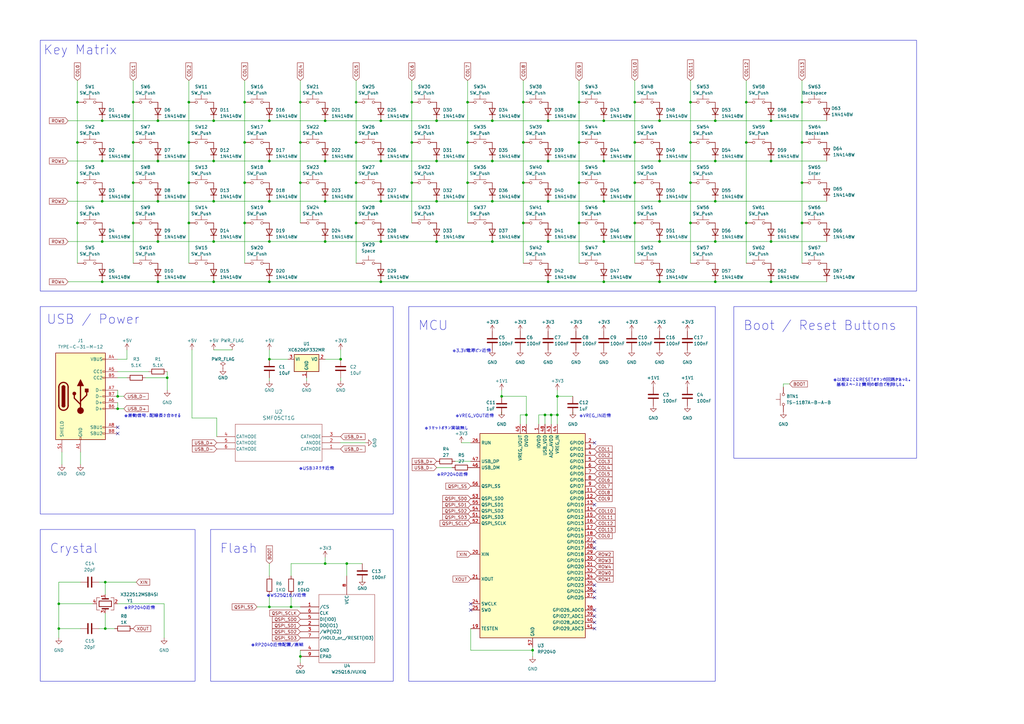
<source format=kicad_sch>
(kicad_sch (version 20230121) (generator eeschema)
  (paper "A3")
  (title_block (title "YM60A PCB") (date "2024-03-09") (rev "v1.0") (company "@ymkn"))
  (lib_symbols
    (symbol "Connector:USB_C_Receptacle_USB2.0_16P" (pin_names (offset 1.016))
      (property "Reference" "J" (at 0 22.225 0))
      (property "Value" "USB_C_Receptacle_USB2.0_16P" (at 0 19.685 0))
      (symbol "USB_C_Receptacle_USB2.0_16P_1_1"
        (pin passive line (at 0 -22.86 90) (length 5.08) (name "GND") (number "A1"))
        (pin passive line (at 0 -22.86 90) (length 5.08) hide (name "GND") (number "A12"))
        (pin passive line (at 15.24 15.24 180) (length 5.08) (name "VBUS") (number "A4"))
        (pin bidirectional line (at 15.24 10.16 180) (length 5.08) (name "CC1") (number "A5"))
        (pin bidirectional line (at 15.24 -2.54 180) (length 5.08) (name "D+") (number "A6"))
        (pin bidirectional line (at 15.24 2.54 180) (length 5.08) (name "D-") (number "A7"))
        (pin bidirectional line (at 15.24 -12.7 180) (length 5.08) (name "SBU1") (number "A8"))
        (pin passive line (at 15.24 15.24 180) (length 5.08) hide (name "VBUS") (number "A9"))
        (pin passive line (at 0 -22.86 90) (length 5.08) hide (name "GND") (number "B1"))
        (pin passive line (at 0 -22.86 90) (length 5.08) hide (name "GND") (number "B12"))
        (pin passive line (at 15.24 15.24 180) (length 5.08) hide (name "VBUS") (number "B4"))
        (pin bidirectional line (at 15.24 7.62 180) (length 5.08) (name "CC2") (number "B5"))
        (pin bidirectional line (at 15.24 -5.08 180) (length 5.08) (name "D+") (number "B6"))
        (pin bidirectional line (at 15.24 0 180) (length 5.08) (name "D-") (number "B7"))
        (pin bidirectional line (at 15.24 -15.24 180) (length 5.08) (name "SBU2") (number "B8"))
        (pin passive line (at 15.24 15.24 180) (length 5.08) hide (name "VBUS") (number "B9"))
        (pin passive line (at -7.62 -22.86 90) (length 5.08) (name "SHIELD") (number "S1"))
      )
    )
    (symbol "Device:C" (pin_numbers hide) (pin_names (offset 0.254))
      (property "Reference" "C" (at 0.635 2.54 0))
      (property "Value" "C" (at 0.635 -2.54 0))
      (symbol "C_1_1"
        (pin passive line (at 0 3.81 270) (length 2.794) (name "~") (number "1"))
        (pin passive line (at 0 -3.81 90) (length 2.794) (name "~") (number "2"))
      )
    )
    (symbol "Device:Crystal_GND24" (pin_names (offset 1.016) hide)
      (property "Reference" "Y" (at 3.175 5.08 0))
      (property "Value" "Crystal_GND24" (at 3.175 3.175 0))
      (symbol "Crystal_GND24_1_1"
        (pin passive line (at -3.81 0 0) (length 1.27) (name "1") (number "1"))
        (pin passive line (at 0 5.08 270) (length 1.27) (name "2") (number "2"))
        (pin passive line (at 3.81 0 180) (length 1.27) (name "3") (number "3"))
        (pin passive line (at 0 -5.08 90) (length 1.27) (name "4") (number "4"))
      )
    )
    (symbol "Device:R" (pin_numbers hide) (pin_names (offset 0))
      (property "Reference" "R" (at 2.032 0 90))
      (property "Value" "R" (at 0 0 90))
      (symbol "R_1_1"
        (pin passive line (at 0 3.81 270) (length 1.27) (name "~") (number "1"))
        (pin passive line (at 0 -3.81 90) (length 1.27) (name "~") (number "2"))
      )
    )
    (symbol "Diode:1N4148W" (pin_numbers hide) (pin_names hide)
      (property "Reference" "D" (at 0 2.54 0))
      (property "Value" "1N4148W" (at 0 -2.54 0))
      (symbol "1N4148W_1_1"
        (pin passive line (at -3.81 0 0) (length 2.54) (name "K") (number "1"))
        (pin passive line (at 3.81 0 180) (length 2.54) (name "A") (number "2"))
      )
    )
    (symbol "MCU_RaspberryPi:RP2040"
      (property "Reference" "U" (at 17.78 45.72 0))
      (property "Value" "RP2040" (at 17.78 43.18 0))
      (symbol "RP2040_1_1"
        (pin power_in line (at 2.54 45.72 270) (length 3.81) (name "IOVDD") (number "1"))
        (pin passive line (at 2.54 45.72 270) (length 3.81) hide (name "IOVDD") (number "10"))
        (pin bidirectional line (at 25.4 17.78 180) (length 3.81) (name "GPIO8") (number "11"))
        (pin bidirectional line (at 25.4 15.24 180) (length 3.81) (name "GPIO9") (number "12"))
        (pin bidirectional line (at 25.4 12.7 180) (length 3.81) (name "GPIO10") (number "13"))
        (pin bidirectional line (at 25.4 10.16 180) (length 3.81) (name "GPIO11") (number "14"))
        (pin bidirectional line (at 25.4 7.62 180) (length 3.81) (name "GPIO12") (number "15"))
        (pin bidirectional line (at 25.4 5.08 180) (length 3.81) (name "GPIO13") (number "16"))
        (pin bidirectional line (at 25.4 2.54 180) (length 3.81) (name "GPIO14") (number "17"))
        (pin bidirectional line (at 25.4 0 180) (length 3.81) (name "GPIO15") (number "18"))
        (pin input line (at -25.4 -38.1 0) (length 3.81) (name "TESTEN") (number "19"))
        (pin bidirectional line (at 25.4 38.1 180) (length 3.81) (name "GPIO0") (number "2"))
        (pin input line (at -25.4 -7.62 0) (length 3.81) (name "XIN") (number "20"))
        (pin passive line (at -25.4 -17.78 0) (length 3.81) (name "XOUT") (number "21"))
        (pin passive line (at 2.54 45.72 270) (length 3.81) hide (name "IOVDD") (number "22"))
        (pin power_in line (at -2.54 45.72 270) (length 3.81) (name "DVDD") (number "23"))
        (pin input line (at -25.4 -27.94 0) (length 3.81) (name "SWCLK") (number "24"))
        (pin bidirectional line (at -25.4 -30.48 0) (length 3.81) (name "SWD") (number "25"))
        (pin input line (at -25.4 38.1 0) (length 3.81) (name "RUN") (number "26"))
        (pin bidirectional line (at 25.4 -2.54 180) (length 3.81) (name "GPIO16") (number "27"))
        (pin bidirectional line (at 25.4 -5.08 180) (length 3.81) (name "GPIO17") (number "28"))
        (pin bidirectional line (at 25.4 -7.62 180) (length 3.81) (name "GPIO18") (number "29"))
        (pin bidirectional line (at 25.4 35.56 180) (length 3.81) (name "GPIO1") (number "3"))
        (pin bidirectional line (at 25.4 -10.16 180) (length 3.81) (name "GPIO19") (number "30"))
        (pin bidirectional line (at 25.4 -12.7 180) (length 3.81) (name "GPIO20") (number "31"))
        (pin bidirectional line (at 25.4 -15.24 180) (length 3.81) (name "GPIO21") (number "32"))
        (pin passive line (at 2.54 45.72 270) (length 3.81) hide (name "IOVDD") (number "33"))
        (pin bidirectional line (at 25.4 -17.78 180) (length 3.81) (name "GPIO22") (number "34"))
        (pin bidirectional line (at 25.4 -20.32 180) (length 3.81) (name "GPIO23") (number "35"))
        (pin bidirectional line (at 25.4 -22.86 180) (length 3.81) (name "GPIO24") (number "36"))
        (pin bidirectional line (at 25.4 -25.4 180) (length 3.81) (name "GPIO25") (number "37"))
        (pin bidirectional line (at 25.4 -30.48 180) (length 3.81) (name "GPIO26_ADC0") (number "38"))
        (pin bidirectional line (at 25.4 -33.02 180) (length 3.81) (name "GPIO27_ADC1") (number "39"))
        (pin bidirectional line (at 25.4 33.02 180) (length 3.81) (name "GPIO2") (number "4"))
        (pin bidirectional line (at 25.4 -35.56 180) (length 3.81) (name "GPIO28_ADC2") (number "40"))
        (pin bidirectional line (at 25.4 -38.1 180) (length 3.81) (name "GPIO29_ADC3") (number "41"))
        (pin passive line (at 2.54 45.72 270) (length 3.81) hide (name "IOVDD") (number "42"))
        (pin power_in line (at 7.62 45.72 270) (length 3.81) (name "ADC_AVDD") (number "43"))
        (pin power_in line (at 10.16 45.72 270) (length 3.81) (name "VREG_IN") (number "44"))
        (pin power_out line (at -5.08 45.72 270) (length 3.81) (name "VREG_VOUT") (number "45"))
        (pin bidirectional line (at -25.4 27.94 0) (length 3.81) (name "USB_DM") (number "46"))
        (pin bidirectional line (at -25.4 30.48 0) (length 3.81) (name "USB_DP") (number "47"))
        (pin power_in line (at 5.08 45.72 270) (length 3.81) (name "USB_VDD") (number "48"))
        (pin passive line (at 2.54 45.72 270) (length 3.81) hide (name "IOVDD") (number "49"))
        (pin bidirectional line (at 25.4 30.48 180) (length 3.81) (name "GPIO3") (number "5"))
        (pin passive line (at -2.54 45.72 270) (length 3.81) hide (name "DVDD") (number "50"))
        (pin bidirectional line (at -25.4 7.62 0) (length 3.81) (name "QSPI_SD3") (number "51"))
        (pin output line (at -25.4 5.08 0) (length 3.81) (name "QSPI_SCLK") (number "52"))
        (pin bidirectional line (at -25.4 15.24 0) (length 3.81) (name "QSPI_SD0") (number "53"))
        (pin bidirectional line (at -25.4 10.16 0) (length 3.81) (name "QSPI_SD2") (number "54"))
        (pin bidirectional line (at -25.4 12.7 0) (length 3.81) (name "QSPI_SD1") (number "55"))
        (pin bidirectional line (at -25.4 20.32 0) (length 3.81) (name "QSPI_SS") (number "56"))
        (pin power_in line (at 0 -45.72 90) (length 3.81) (name "GND") (number "57"))
        (pin bidirectional line (at 25.4 27.94 180) (length 3.81) (name "GPIO4") (number "6"))
        (pin bidirectional line (at 25.4 25.4 180) (length 3.81) (name "GPIO5") (number "7"))
        (pin bidirectional line (at 25.4 22.86 180) (length 3.81) (name "GPIO6") (number "8"))
        (pin bidirectional line (at 25.4 20.32 180) (length 3.81) (name "GPIO7") (number "9"))
      )
    )
    (symbol "Regulator_Linear:AMS1117-3.3"
      (property "Reference" "U" (at -3.81 3.175 0))
      (property "Value" "AMS1117-3.3" (at 0 3.175 0))
      (symbol "AMS1117-3.3_1_1"
        (pin power_in line (at 0 -7.62 90) (length 2.54) (name "GND") (number "1"))
        (pin power_out line (at 7.62 0 180) (length 2.54) (name "VO") (number "2"))
        (pin power_in line (at -7.62 0 0) (length 2.54) (name "VI") (number "3"))
      )
    )
    (symbol "SMF05CT1G:SMF05CT1G" (pin_names (offset 0.254))
      (property "Reference" "U" (at 25.4 10.16 0))
      (property "Value" "SMF05CT1G" (at 25.4 7.62 0))
      (symbol "SMF05CT1G_0_1"
        (pin unspecified line (at 0 0 0) (length 7.62) (name "CATHODE") (number "1"))
        (pin unspecified line (at 0 -2.54 0) (length 7.62) (name "ANODE") (number "2"))
        (pin unspecified line (at 0 -5.08 0) (length 7.62) (name "CATHODE") (number "3"))
        (pin unspecified line (at 50.8 -5.08 180) (length 7.62) (name "CATHODE") (number "4"))
        (pin unspecified line (at 50.8 -2.54 180) (length 7.62) (name "CATHODE") (number "5"))
        (pin unspecified line (at 50.8 0 180) (length 7.62) (name "CATHODE") (number "6"))
      )
    )
    (symbol "Switch:SW_Push" (pin_numbers hide) (pin_names (offset 1.016) hide)
      (property "Reference" "SW" (at 1.27 2.54 0))
      (property "Value" "SW_Push" (at 0 -1.524 0))
      (symbol "SW_Push_0_1"
        (pin passive line (at -5.08 0 0) (length 2.54) (name "1") (number "1"))
        (pin passive line (at 5.08 0 180) (length 2.54) (name "2") (number "2"))
      )
    )
    (symbol "W25Q16JVUXIQ:W25Q16JVUXIQ" (pin_names (offset 0.254))
      (property "Reference" "U4" (at 12.7 1.27 0))
      (property "Value" "W25Q16JVSSIQ" (at 12.7 -1.27 0))
      (symbol "W25Q16JVUXIQ_0_1"
        (pin unspecified line (at -19.05 8.89 0) (length 7.62) (name "/CS") (number "1"))
        (pin unspecified line (at -19.05 1.27 0) (length 7.62) (name "DO(IO1)") (number "2"))
        (pin unspecified line (at -19.05 -1.27 0) (length 7.62) (name "/WP(IO2)") (number "3"))
        (pin unspecified line (at -19.05 -8.89 0) (length 7.62) (name "GND") (number "4"))
        (pin unspecified line (at -19.05 3.81 0) (length 7.62) (name "DI(IO0)") (number "5"))
        (pin unspecified line (at -19.05 6.35 0) (length 7.62) (name "CLK") (number "6"))
        (pin unspecified line (at -19.05 -3.81 0) (length 7.62) (name "/HOLD_or_/RESET(IO3)") (number "7"))
        (pin unspecified line (at 0 21.59 270) (length 7.62) (name "VCC") (number "8"))
        (pin unspecified line (at -19.05 -11.43 0) (length 7.62) (name "EPAD") (number "9"))
      )
    )
    (symbol "power:+1V1" (power) (pin_names (offset 0))
      (property "Value" "+1V1" (at 0 3.556 0))
      (symbol "+1V1_1_1"
        (pin power_in line (at 0 0 90) (length 0) hide (name "+1V1") (number "1"))
      )
    )
    (symbol "power:+3V3" (power) (pin_names (offset 0))
      (property "Value" "+3V3" (at 0 3.556 0))
      (symbol "+3V3_1_1"
        (pin power_in line (at 0 0 90) (length 0) hide (name "+3V3") (number "1"))
      )
    )
    (symbol "power:+5V" (power) (pin_names (offset 0))
      (property "Value" "+5V" (at 0 3.556 0))
      (symbol "+5V_1_1"
        (pin power_in line (at 0 0 90) (length 0) hide (name "+5V") (number "1"))
      )
    )
    (symbol "power:GND" (power) (pin_names (offset 0))
      (property "Value" "GND" (at 0 -3.81 0))
      (symbol "GND_1_1"
        (pin power_in line (at 0 0 270) (length 0) hide (name "GND") (number "1"))
      )
    )
    (symbol "power:PWR_FLAG" (power) (pin_numbers hide) (pin_names (offset 0) hide)
      (property "Value" "PWR_FLAG" (at 0 3.81 0))
      (symbol "PWR_FLAG_0_0"
        (pin power_out line (at 0 0 90) (length 0) (name "pwr") (number "1"))
      )
    )
  )
  (junction (at 201.93 49.53))
  (junction (at 41.91 49.53))
  (junction (at 328.93 58.42))
  (junction (at 156.21 115.57))
  (junction (at 77.47 41.91))
  (junction (at 224.79 49.53))
  (junction (at 41.91 99.06))
  (junction (at 237.49 58.42))
  (junction (at 247.65 66.04))
  (junction (at 237.49 74.93))
  (junction (at 168.91 58.42))
  (junction (at 68.58 154.94))
  (junction (at 228.6 170.18))
  (junction (at 283.21 58.42))
  (junction (at 316.23 99.06))
  (junction (at 48.26 167.64))
  (junction (at 87.63 49.53))
  (junction (at 48.26 162.56))
  (junction (at 224.79 99.06))
  (junction (at 31.75 74.93))
  (junction (at 223.52 170.18))
  (junction (at 179.07 66.04))
  (junction (at 224.79 82.55))
  (junction (at 31.75 91.44))
  (junction (at 77.47 74.93))
  (junction (at 328.93 74.93))
  (junction (at 191.77 58.42))
  (junction (at 119.38 248.92))
  (junction (at 215.9 170.18))
  (junction (at 270.51 49.53))
  (junction (at 328.93 91.44))
  (junction (at 247.65 49.53))
  (junction (at 214.63 58.42))
  (junction (at 24.13 247.65))
  (junction (at 133.35 231.14))
  (junction (at 270.51 82.55))
  (junction (at 201.93 82.55))
  (junction (at 110.49 99.06))
  (junction (at 270.51 115.57))
  (junction (at 260.35 58.42))
  (junction (at 156.21 82.55))
  (junction (at 270.51 66.04))
  (junction (at 168.91 74.93))
  (junction (at 156.21 99.06))
  (junction (at 156.21 49.53))
  (junction (at 283.21 41.91))
  (junction (at 237.49 41.91))
  (junction (at 179.07 99.06))
  (junction (at 316.23 49.53))
  (junction (at 64.77 115.57))
  (junction (at 283.21 74.93))
  (junction (at 260.35 74.93))
  (junction (at 87.63 66.04))
  (junction (at 87.63 115.57))
  (junction (at 201.93 66.04))
  (junction (at 54.61 91.44))
  (junction (at 110.49 66.04))
  (junction (at 41.91 82.55))
  (junction (at 201.93 99.06))
  (junction (at 41.91 115.57))
  (junction (at 123.19 41.91))
  (junction (at 110.49 147.32))
  (junction (at 100.33 74.93))
  (junction (at 87.63 82.55))
  (junction (at 146.05 41.91))
  (junction (at 328.93 41.91))
  (junction (at 260.35 41.91))
  (junction (at 191.77 41.91))
  (junction (at 77.47 58.42))
  (junction (at 247.65 115.57))
  (junction (at 123.19 74.93))
  (junction (at 146.05 74.93))
  (junction (at 139.7 147.32))
  (junction (at 293.37 82.55))
  (junction (at 179.07 82.55))
  (junction (at 31.75 58.42))
  (junction (at 293.37 66.04))
  (junction (at 247.65 99.06))
  (junction (at 133.35 99.06))
  (junction (at 64.77 66.04))
  (junction (at 64.77 99.06))
  (junction (at 142.24 231.14))
  (junction (at 316.23 115.57))
  (junction (at 24.13 257.81))
  (junction (at 64.77 82.55))
  (junction (at 214.63 41.91))
  (junction (at 306.07 41.91))
  (junction (at 228.6 162.56))
  (junction (at 179.07 49.53))
  (junction (at 41.91 66.04))
  (junction (at 77.47 91.44))
  (junction (at 100.33 91.44))
  (junction (at 168.91 41.91))
  (junction (at 306.07 91.44))
  (junction (at 110.49 49.53))
  (junction (at 293.37 49.53))
  (junction (at 100.33 58.42))
  (junction (at 43.18 257.81))
  (junction (at 316.23 66.04))
  (junction (at 87.63 99.06))
  (junction (at 110.49 115.57))
  (junction (at 226.06 170.18))
  (junction (at 43.18 238.76))
  (junction (at 54.61 41.91))
  (junction (at 247.65 82.55))
  (junction (at 214.63 74.93))
  (junction (at 270.51 99.06))
  (junction (at 54.61 74.93))
  (junction (at 283.21 91.44))
  (junction (at 64.77 49.53))
  (junction (at 133.35 66.04))
  (junction (at 237.49 91.44))
  (junction (at 306.07 58.42))
  (junction (at 133.35 49.53))
  (junction (at 146.05 58.42))
  (junction (at 293.37 115.57))
  (junction (at 31.75 41.91))
  (junction (at 205.74 162.56))
  (junction (at 224.79 66.04))
  (junction (at 156.21 66.04))
  (junction (at 214.63 91.44))
  (junction (at 260.35 91.44))
  (junction (at 146.05 91.44))
  (junction (at 218.44 266.7))
  (junction (at 100.33 41.91))
  (junction (at 224.79 115.57))
  (junction (at 293.37 99.06))
  (junction (at 133.35 82.55))
  (junction (at 54.61 58.42))
  (junction (at 110.49 82.55))
  (junction (at 123.19 269.24))
  (junction (at 110.49 248.92))
  (junction (at 191.77 74.93))
  (junction (at 123.19 58.42))
  (no_connect (at 243.84 245.11))
  (no_connect (at 243.84 240.03))
  (no_connect (at 48.26 177.8))
  (no_connect (at 243.84 252.73))
  (no_connect (at 48.26 175.26))
  (no_connect (at 193.04 250.19))
  (no_connect (at 193.04 247.65))
  (no_connect (at 243.84 207.01))
  (no_connect (at 243.84 255.27))
  (no_connect (at 243.84 257.81))
  (no_connect (at 243.84 242.57))
  (no_connect (at 243.84 250.19))
  (no_connect (at 243.84 181.61))
  (no_connect (at 243.84 222.25))
  (no_connect (at 243.84 224.79))
  (wire (pts (xy 31.75 91.44) (xy 31.75 107.95)))
  (wire (pts (xy 146.05 91.44) (xy 146.05 107.95)))
  (wire (pts (xy 48.26 160.02) (xy 48.26 162.56)))
  (wire (pts (xy 226.06 170.18) (xy 226.06 173.99)))
  (wire (pts (xy 27.94 82.55) (xy 41.91 82.55)))
  (wire (pts (xy 110.49 147.32) (xy 110.49 143.51)))
  (wire (pts (xy 293.37 49.53) (xy 316.23 49.53)))
  (wire (pts (xy 223.52 170.18) (xy 223.52 173.99)))
  (wire (pts (xy 87.63 99.06) (xy 110.49 99.06)))
  (wire (pts (xy 193.04 266.7) (xy 218.44 266.7)))
  (wire (pts (xy 293.37 66.04) (xy 316.23 66.04)))
  (wire (pts (xy 100.33 91.44) (xy 100.33 107.95)))
  (wire (pts (xy 283.21 58.42) (xy 283.21 74.93)))
  (wire (pts (xy 54.61 33.02) (xy 54.61 41.91)))
  (wire (pts (xy 123.19 41.91) (xy 123.19 58.42)))
  (wire (pts (xy 100.33 41.91) (xy 100.33 58.42)))
  (wire (pts (xy 139.7 143.51) (xy 139.7 147.32)))
  (wire (pts (xy 179.07 191.77) (xy 185.42 191.77)))
  (wire (pts (xy 306.07 91.44) (xy 306.07 107.95)))
  (wire (pts (xy 59.69 154.94) (xy 68.58 154.94)))
  (wire (pts (xy 306.07 58.42) (xy 306.07 91.44)))
  (wire (pts (xy 78.74 171.45) (xy 88.9 171.45)))
  (wire (pts (xy 31.75 33.02) (xy 31.75 41.91)))
  (wire (pts (xy 179.07 99.06) (xy 201.93 99.06)))
  (wire (pts (xy 214.63 33.02) (xy 214.63 41.91)))
  (wire (pts (xy 213.36 170.18) (xy 215.9 170.18)))
  (wire (pts (xy 224.79 82.55) (xy 247.65 82.55)))
  (wire (pts (xy 123.19 266.7) (xy 123.19 269.24)))
  (wire (pts (xy 33.02 185.42) (xy 33.02 190.5)))
  (wire (pts (xy 119.38 248.92) (xy 123.19 248.92)))
  (wire (pts (xy 77.47 58.42) (xy 77.47 74.93)))
  (wire (pts (xy 237.49 91.44) (xy 237.49 107.95)))
  (wire (pts (xy 41.91 99.06) (xy 64.77 99.06)))
  (wire (pts (xy 321.31 157.48) (xy 321.31 158.75)))
  (wire (pts (xy 24.13 257.81) (xy 33.02 257.81)))
  (wire (pts (xy 54.61 58.42) (xy 54.61 74.93)))
  (wire (pts (xy 237.49 33.02) (xy 237.49 41.91)))
  (wire (pts (xy 142.24 231.14) (xy 148.59 231.14)))
  (wire (pts (xy 328.93 74.93) (xy 328.93 91.44)))
  (wire (pts (xy 133.35 231.14) (xy 119.38 231.14)))
  (wire (pts (xy 52.07 143.51) (xy 52.07 147.32)))
  (wire (pts (xy 283.21 41.91) (xy 283.21 58.42)))
  (wire (pts (xy 228.6 162.56) (xy 228.6 160.02)))
  (wire (pts (xy 43.18 257.81) (xy 46.99 257.81)))
  (wire (pts (xy 48.26 152.4) (xy 60.96 152.4)))
  (wire (pts (xy 316.23 99.06) (xy 339.09 99.06)))
  (wire (pts (xy 316.23 115.57) (xy 339.09 115.57)))
  (wire (pts (xy 77.47 33.02) (xy 77.47 41.91)))
  (wire (pts (xy 87.63 82.55) (xy 110.49 82.55)))
  (wire (pts (xy 191.77 58.42) (xy 191.77 74.93)))
  (wire (pts (xy 224.79 49.53) (xy 247.65 49.53)))
  (wire (pts (xy 293.37 82.55) (xy 339.09 82.55)))
  (wire (pts (xy 52.07 147.32) (xy 48.26 147.32)))
  (wire (pts (xy 214.63 91.44) (xy 214.63 107.95)))
  (wire (pts (xy 214.63 41.91) (xy 214.63 58.42)))
  (wire (pts (xy 105.41 248.92) (xy 110.49 248.92)))
  (wire (pts (xy 68.58 152.4) (xy 68.58 154.94)))
  (wire (pts (xy 213.36 173.99) (xy 213.36 170.18)))
  (wire (pts (xy 119.38 243.84) (xy 119.38 248.92)))
  (wire (pts (xy 201.93 82.55) (xy 224.79 82.55)))
  (wire (pts (xy 88.9 171.45) (xy 88.9 179.07)))
  (wire (pts (xy 228.6 170.18) (xy 228.6 173.99)))
  (wire (pts (xy 293.37 115.57) (xy 316.23 115.57)))
  (wire (pts (xy 87.63 66.04) (xy 110.49 66.04)))
  (wire (pts (xy 156.21 82.55) (xy 179.07 82.55)))
  (wire (pts (xy 133.35 147.32) (xy 139.7 147.32)))
  (wire (pts (xy 110.49 49.53) (xy 133.35 49.53)))
  (wire (pts (xy 214.63 74.93) (xy 214.63 91.44)))
  (wire (pts (xy 179.07 66.04) (xy 201.93 66.04)))
  (wire (pts (xy 24.13 238.76) (xy 24.13 247.65)))
  (wire (pts (xy 133.35 231.14) (xy 133.35 228.6)))
  (wire (pts (xy 328.93 33.02) (xy 328.93 41.91)))
  (wire (pts (xy 283.21 74.93) (xy 283.21 91.44)))
  (wire (pts (xy 54.61 74.93) (xy 54.61 91.44)))
  (wire (pts (xy 237.49 74.93) (xy 237.49 91.44)))
  (wire (pts (xy 119.38 231.14) (xy 119.38 236.22)))
  (wire (pts (xy 224.79 66.04) (xy 247.65 66.04)))
  (wire (pts (xy 168.91 58.42) (xy 168.91 74.93)))
  (wire (pts (xy 168.91 41.91) (xy 168.91 58.42)))
  (wire (pts (xy 41.91 82.55) (xy 64.77 82.55)))
  (wire (pts (xy 306.07 41.91) (xy 306.07 58.42)))
  (wire (pts (xy 247.65 115.57) (xy 270.51 115.57)))
  (wire (pts (xy 189.23 181.61) (xy 193.04 181.61)))
  (wire (pts (xy 100.33 58.42) (xy 100.33 74.93)))
  (wire (pts (xy 260.35 74.93) (xy 260.35 91.44)))
  (wire (pts (xy 283.21 33.02) (xy 283.21 41.91)))
  (wire (pts (xy 260.35 91.44) (xy 260.35 107.95)))
  (wire (pts (xy 123.19 74.93) (xy 123.19 91.44)))
  (wire (pts (xy 146.05 74.93) (xy 146.05 91.44)))
  (wire (pts (xy 146.05 58.42) (xy 146.05 74.93)))
  (wire (pts (xy 270.51 66.04) (xy 293.37 66.04)))
  (wire (pts (xy 110.49 248.92) (xy 119.38 248.92)))
  (wire (pts (xy 133.35 99.06) (xy 156.21 99.06)))
  (wire (pts (xy 110.49 231.14) (xy 110.49 236.22)))
  (wire (pts (xy 123.19 58.42) (xy 123.19 74.93)))
  (wire (pts (xy 43.18 238.76) (xy 43.18 243.84)))
  (wire (pts (xy 168.91 33.02) (xy 168.91 41.91)))
  (wire (pts (xy 43.18 238.76) (xy 55.88 238.76)))
  (wire (pts (xy 142.24 231.14) (xy 133.35 231.14)))
  (wire (pts (xy 228.6 170.18) (xy 226.06 170.18)))
  (wire (pts (xy 133.35 49.53) (xy 156.21 49.53)))
  (wire (pts (xy 149.86 181.61) (xy 139.7 181.61)))
  (wire (pts (xy 110.49 115.57) (xy 156.21 115.57)))
  (wire (pts (xy 27.94 115.57) (xy 41.91 115.57)))
  (wire (pts (xy 223.52 170.18) (xy 220.98 170.18)))
  (wire (pts (xy 201.93 99.06) (xy 224.79 99.06)))
  (wire (pts (xy 87.63 115.57) (xy 110.49 115.57)))
  (wire (pts (xy 48.26 154.94) (xy 52.07 154.94)))
  (wire (pts (xy 191.77 41.91) (xy 191.77 58.42)))
  (wire (pts (xy 218.44 269.24) (xy 218.44 266.7)))
  (wire (pts (xy 228.6 162.56) (xy 228.6 170.18)))
  (wire (pts (xy 186.69 189.23) (xy 193.04 189.23)))
  (wire (pts (xy 148.59 237.49) (xy 148.59 238.76)))
  (wire (pts (xy 48.26 247.65) (xy 67.31 247.65)))
  (wire (pts (xy 234.95 162.56) (xy 228.6 162.56)))
  (wire (pts (xy 237.49 58.42) (xy 237.49 74.93)))
  (wire (pts (xy 77.47 41.91) (xy 77.47 58.42)))
  (wire (pts (xy 237.49 41.91) (xy 237.49 58.42)))
  (wire (pts (xy 110.49 82.55) (xy 133.35 82.55)))
  (wire (pts (xy 316.23 66.04) (xy 339.09 66.04)))
  (wire (pts (xy 78.74 143.51) (xy 78.74 171.45)))
  (wire (pts (xy 27.94 49.53) (xy 41.91 49.53)))
  (wire (pts (xy 123.19 271.78) (xy 123.19 269.24)))
  (wire (pts (xy 218.44 266.7) (xy 218.44 265.43)))
  (wire (pts (xy 125.73 156.21) (xy 125.73 154.94)))
  (wire (pts (xy 77.47 91.44) (xy 77.47 107.95)))
  (wire (pts (xy 54.61 91.44) (xy 54.61 107.95)))
  (wire (pts (xy 328.93 91.44) (xy 328.93 107.95)))
  (wire (pts (xy 179.07 82.55) (xy 201.93 82.55)))
  (wire (pts (xy 110.49 243.84) (xy 110.49 248.92)))
  (wire (pts (xy 25.4 185.42) (xy 25.4 190.5)))
  (wire (pts (xy 41.91 49.53) (xy 64.77 49.53)))
  (wire (pts (xy 41.91 115.57) (xy 64.77 115.57)))
  (wire (pts (xy 110.49 66.04) (xy 133.35 66.04)))
  (wire (pts (xy 260.35 41.91) (xy 260.35 58.42)))
  (wire (pts (xy 205.74 160.02) (xy 205.74 162.56)))
  (wire (pts (xy 24.13 261.62) (xy 24.13 257.81)))
  (wire (pts (xy 139.7 156.21) (xy 139.7 154.94)))
  (wire (pts (xy 40.64 257.81) (xy 43.18 257.81)))
  (wire (pts (xy 270.51 82.55) (xy 293.37 82.55)))
  (wire (pts (xy 270.51 99.06) (xy 293.37 99.06)))
  (wire (pts (xy 193.04 257.81) (xy 193.04 266.7)))
  (wire (pts (xy 40.64 238.76) (xy 43.18 238.76)))
  (wire (pts (xy 31.75 74.93) (xy 31.75 91.44)))
  (wire (pts (xy 110.49 99.06) (xy 133.35 99.06)))
  (wire (pts (xy 205.74 168.91) (xy 205.74 170.18)))
  (wire (pts (xy 123.19 33.02) (xy 123.19 41.91)))
  (wire (pts (xy 220.98 170.18) (xy 220.98 173.99)))
  (wire (pts (xy 270.51 115.57) (xy 293.37 115.57)))
  (wire (pts (xy 31.75 41.91) (xy 31.75 58.42)))
  (wire (pts (xy 214.63 58.42) (xy 214.63 74.93)))
  (wire (pts (xy 247.65 49.53) (xy 270.51 49.53)))
  (wire (pts (xy 133.35 82.55) (xy 156.21 82.55)))
  (wire (pts (xy 270.51 49.53) (xy 293.37 49.53)))
  (wire (pts (xy 168.91 74.93) (xy 168.91 91.44)))
  (wire (pts (xy 179.07 49.53) (xy 201.93 49.53)))
  (wire (pts (xy 110.49 154.94) (xy 110.49 156.21)))
  (wire (pts (xy 146.05 33.02) (xy 146.05 41.91)))
  (wire (pts (xy 48.26 167.64) (xy 50.8 167.64)))
  (wire (pts (xy 156.21 115.57) (xy 224.79 115.57)))
  (wire (pts (xy 260.35 58.42) (xy 260.35 74.93)))
  (wire (pts (xy 100.33 33.02) (xy 100.33 41.91)))
  (wire (pts (xy 316.23 49.53) (xy 339.09 49.53)))
  (wire (pts (xy 43.18 251.46) (xy 43.18 257.81)))
  (wire (pts (xy 293.37 99.06) (xy 316.23 99.06)))
  (wire (pts (xy 64.77 82.55) (xy 87.63 82.55)))
  (wire (pts (xy 201.93 66.04) (xy 224.79 66.04)))
  (wire (pts (xy 226.06 170.18) (xy 223.52 170.18)))
  (wire (pts (xy 191.77 74.93) (xy 191.77 91.44)))
  (wire (pts (xy 201.93 49.53) (xy 224.79 49.53)))
  (wire (pts (xy 142.24 231.14) (xy 142.24 236.22)))
  (wire (pts (xy 321.31 157.48) (xy 323.85 157.48)))
  (wire (pts (xy 247.65 66.04) (xy 270.51 66.04)))
  (wire (pts (xy 215.9 173.99) (xy 215.9 170.18)))
  (wire (pts (xy 205.74 162.56) (xy 215.9 162.56)))
  (wire (pts (xy 48.26 165.1) (xy 48.26 167.64)))
  (wire (pts (xy 87.63 49.53) (xy 110.49 49.53)))
  (wire (pts (xy 247.65 82.55) (xy 270.51 82.55)))
  (wire (pts (xy 87.63 143.51) (xy 95.25 143.51)))
  (wire (pts (xy 328.93 41.91) (xy 328.93 58.42)))
  (wire (pts (xy 133.35 66.04) (xy 156.21 66.04)))
  (wire (pts (xy 224.79 99.06) (xy 247.65 99.06)))
  (wire (pts (xy 64.77 66.04) (xy 87.63 66.04)))
  (wire (pts (xy 27.94 99.06) (xy 41.91 99.06)))
  (wire (pts (xy 100.33 74.93) (xy 100.33 91.44)))
  (wire (pts (xy 24.13 247.65) (xy 24.13 257.81)))
  (wire (pts (xy 87.63 115.57) (xy 64.77 115.57)))
  (wire (pts (xy 156.21 49.53) (xy 179.07 49.53)))
  (wire (pts (xy 328.93 58.42) (xy 328.93 74.93)))
  (wire (pts (xy 33.02 238.76) (xy 24.13 238.76)))
  (wire (pts (xy 77.47 74.93) (xy 77.47 91.44)))
  (wire (pts (xy 68.58 154.94) (xy 68.58 160.02)))
  (wire (pts (xy 191.77 33.02) (xy 191.77 41.91)))
  (wire (pts (xy 48.26 162.56) (xy 50.8 162.56)))
  (wire (pts (xy 234.95 168.91) (xy 234.95 170.18)))
  (wire (pts (xy 306.07 33.02) (xy 306.07 41.91)))
  (wire (pts (xy 54.61 41.91) (xy 54.61 58.42)))
  (wire (pts (xy 247.65 99.06) (xy 270.51 99.06)))
  (wire (pts (xy 64.77 99.06) (xy 87.63 99.06)))
  (wire (pts (xy 31.75 58.42) (xy 31.75 74.93)))
  (wire (pts (xy 67.31 247.65) (xy 67.31 261.62)))
  (wire (pts (xy 41.91 66.04) (xy 64.77 66.04)))
  (wire (pts (xy 64.77 49.53) (xy 87.63 49.53)))
  (wire (pts (xy 156.21 66.04) (xy 179.07 66.04)))
  (wire (pts (xy 24.13 247.65) (xy 38.1 247.65)))
  (wire (pts (xy 215.9 170.18) (xy 215.9 162.56)))
  (wire (pts (xy 156.21 99.06) (xy 179.07 99.06)))
  (wire (pts (xy 27.94 66.04) (xy 41.91 66.04)))
  (wire (pts (xy 146.05 41.91) (xy 146.05 58.42)))
  (wire (pts (xy 110.49 147.32) (xy 118.11 147.32)))
  (wire (pts (xy 283.21 91.44) (xy 283.21 107.95)))
  (wire (pts (xy 224.79 115.57) (xy 247.65 115.57)))
  (wire (pts (xy 260.35 33.02) (xy 260.35 41.91)))
  (rectangle (start 300.99 125.73) (end 375.92 187.96))
  (rectangle (start 16.51 16.51) (end 375.92 119.38))
  (rectangle (start 86.36 217.17) (end 161.29 279.4))
  (rectangle (start 167.64 125.73) (end 293.37 279.4))
  (rectangle (start 16.51 217.17) (end 80.01 279.4))
  (rectangle (start 16.51 125.73) (end 161.29 210.82))
  (text "※RP2040近傍" (at 179.07 195.58 0) (effects (font (size 1.27 1.27)) (justify left bottom)))
  (text "Flash" (at 90.17 227.33 0) (effects (font (size 3.81 3.81)) (justify left bottom)))
  (text "Key Matrix" (at 17.78 22.86 0) (effects (font (size 3.81 3.81)) (justify left bottom)))
  (text "※リセットボタン実装無し" (at 173.99 176.53 0) (effects (font (size 1.27 1.27)) (justify left bottom)))
  (text "USB / Power" (at 19.05 133.35 0) (effects (font (size 3.81 3.81)) (justify left bottom)))
  (text "※WS25Q16JV近傍" (at 109.22 245.11 0) (effects (font (size 1.27 1.27)) (justify left bottom)))
  (text "※RP2040近傍" (at 50.8 250.19 0) (effects (font (size 1.27 1.27)) (justify left bottom)))
  (text "※USBコネクタ近傍" (at 137.16 193.04 0) (effects (font (size 1.27 1.27)) (justify right bottom)))
  (text "※差動信号、配線長さ合わせる" (at 50.8 171.45 0) (effects (font (size 1.27 1.27)) (justify left bottom)))
  (text "※VREG_IN近傍" (at 237.49 171.45 0) (effects (font (size 1.27 1.27)) (justify left bottom)))
  (text "Boot / Reset Buttons" (at 304.8 135.89 0) (effects (font (size 3.81 3.81)) (justify left bottom)))
  (text "MCU" (at 171.45 135.89 0) (effects (font (size 3.81 3.81)) (justify left bottom)))
  (text "※3.3V電源ピン近傍" (at 185.42 144.78 0) (effects (font (size 1.27 1.27)) (justify left bottom)))
  (text "※RP2040近傍配置/直結" (at 102.87 265.43 0) (effects (font (size 1.27 1.27)) (justify left bottom)))
  (text "※VREG_VOUT近傍" (at 186.69 171.45 0) (effects (font (size 1.27 1.27)) (justify left bottom)))
  (text "Crystal" (at 20.32 227.33 0) (effects (font (size 3.81 3.81)) (justify left bottom)))
  (text "※以前はここにRESETボタンの回路があった。\n　基板スペースと費用の都合で削除した。" (at 341.63 158.75 0) (effects (font (size 1.27 1.27)) (justify left bottom)))
  (global_label "QSPI_SD0" (shape input) (at 123.19 254 180) (property "Intersheetrefs" "${INTERSHEET_REFS}" (effects hide)))
  (global_label "COL7" (shape input) (at 243.84 199.39 0) (property "Intersheetrefs" "${INTERSHEET_REFS}" (effects hide)))
  (global_label "COL13" (shape input) (at 243.84 217.17 0) (property "Intersheetrefs" "${INTERSHEET_REFS}" (effects hide)))
  (global_label "COL6" (shape input) (at 243.84 196.85 0) (property "Intersheetrefs" "${INTERSHEET_REFS}" (effects hide)))
  (global_label "QSPI_SD2" (shape input) (at 123.19 259.08 180) (property "Intersheetrefs" "${INTERSHEET_REFS}" (effects hide)))
  (global_label "COL10" (shape input) (at 243.84 209.55 0) (property "Intersheetrefs" "${INTERSHEET_REFS}" (effects hide)))
  (global_label "COL6" (shape input) (at 168.91 33.02 90) (property "Intersheetrefs" "${INTERSHEET_REFS}" (effects hide)))
  (global_label "COL3" (shape input) (at 100.33 33.02 90) (property "Intersheetrefs" "${INTERSHEET_REFS}" (effects hide)))
  (global_label "COL1" (shape input) (at 243.84 184.15 0) (property "Intersheetrefs" "${INTERSHEET_REFS}" (effects hide)))
  (global_label "QSPI_SCLK" (shape input) (at 193.04 214.63 180) (property "Intersheetrefs" "${INTERSHEET_REFS}" (effects hide)))
  (global_label "ROW1" (shape input) (at 243.84 237.49 0) (property "Intersheetrefs" "${INTERSHEET_REFS}" (effects hide)))
  (global_label "QSPI_SD1" (shape input) (at 193.04 207.01 180) (property "Intersheetrefs" "${INTERSHEET_REFS}" (effects hide)))
  (global_label "COL5" (shape input) (at 243.84 194.31 0) (property "Intersheetrefs" "${INTERSHEET_REFS}" (effects hide)))
  (global_label "COL3" (shape input) (at 243.84 189.23 0) (property "Intersheetrefs" "${INTERSHEET_REFS}" (effects hide)))
  (global_label "USB_D-" (shape input) (at 88.9 184.15 180) (property "Intersheetrefs" "${INTERSHEET_REFS}" (effects hide)))
  (global_label "COL7" (shape input) (at 191.77 33.02 90) (property "Intersheetrefs" "${INTERSHEET_REFS}" (effects hide)))
  (global_label "COL9" (shape input) (at 243.84 204.47 0) (property "Intersheetrefs" "${INTERSHEET_REFS}" (effects hide)))
  (global_label "QSPI_SD3" (shape input) (at 123.19 261.62 180) (property "Intersheetrefs" "${INTERSHEET_REFS}" (effects hide)))
  (global_label "COL11" (shape input) (at 283.21 33.02 90) (property "Intersheetrefs" "${INTERSHEET_REFS}" (effects hide)))
  (global_label "USB_D+" (shape input) (at 139.7 179.07 0) (property "Intersheetrefs" "${INTERSHEET_REFS}" (effects hide)))
  (global_label "COL8" (shape input) (at 214.63 33.02 90) (property "Intersheetrefs" "${INTERSHEET_REFS}" (effects hide)))
  (global_label "XOUT" (shape input) (at 193.04 237.49 180) (property "Intersheetrefs" "${INTERSHEET_REFS}" (effects hide)))
  (global_label "QSPI_SD0" (shape input) (at 193.04 204.47 180) (property "Intersheetrefs" "${INTERSHEET_REFS}" (effects hide)))
  (global_label "COL2" (shape input) (at 77.47 33.02 90) (property "Intersheetrefs" "${INTERSHEET_REFS}" (effects hide)))
  (global_label "QSPI_SD3" (shape input) (at 193.04 212.09 180) (property "Intersheetrefs" "${INTERSHEET_REFS}" (effects hide)))
  (global_label "USB_D+" (shape input) (at 50.8 167.64 0) (property "Intersheetrefs" "${INTERSHEET_REFS}" (effects hide)))
  (global_label "QSPI_SD1" (shape input) (at 123.19 256.54 180) (property "Intersheetrefs" "${INTERSHEET_REFS}" (effects hide)))
  (global_label "COL5" (shape input) (at 146.05 33.02 90) (property "Intersheetrefs" "${INTERSHEET_REFS}" (effects hide)))
  (global_label "ROW4" (shape input) (at 27.94 115.57 180) (property "Intersheetrefs" "${INTERSHEET_REFS}" (effects hide)))
  (global_label "ROW1" (shape input) (at 27.94 66.04 180) (property "Intersheetrefs" "${INTERSHEET_REFS}" (effects hide)))
  (global_label "QSPI_SCLK" (shape input) (at 123.19 251.46 180) (property "Intersheetrefs" "${INTERSHEET_REFS}" (effects hide)))
  (global_label "XOUT" (shape input) (at 54.61 257.81 0) (property "Intersheetrefs" "${INTERSHEET_REFS}" (effects hide)))
  (global_label "COL1" (shape input) (at 54.61 33.02 90) (property "Intersheetrefs" "${INTERSHEET_REFS}" (effects hide)))
  (global_label "USB_D-" (shape input) (at 50.8 162.56 0) (property "Intersheetrefs" "${INTERSHEET_REFS}" (effects hide)))
  (global_label "QSPI_SD2" (shape input) (at 193.04 209.55 180) (property "Intersheetrefs" "${INTERSHEET_REFS}" (effects hide)))
  (global_label "ROW3" (shape input) (at 243.84 229.87 0) (property "Intersheetrefs" "${INTERSHEET_REFS}" (effects hide)))
  (global_label "COL8" (shape input) (at 243.84 201.93 0) (property "Intersheetrefs" "${INTERSHEET_REFS}" (effects hide)))
  (global_label "ROW3" (shape input) (at 27.94 99.06 180) (property "Intersheetrefs" "${INTERSHEET_REFS}" (effects hide)))
  (global_label "COL11" (shape input) (at 243.84 212.09 0) (property "Intersheetrefs" "${INTERSHEET_REFS}" (effects hide)))
  (global_label "ROW4" (shape input) (at 243.84 232.41 0) (property "Intersheetrefs" "${INTERSHEET_REFS}" (effects hide)))
  (global_label "COL0" (shape input) (at 31.75 33.02 90) (property "Intersheetrefs" "${INTERSHEET_REFS}" (effects hide)))
  (global_label "BOOT" (shape input) (at 323.85 157.48 0) (property "Intersheetrefs" "${INTERSHEET_REFS}" (effects hide)))
  (global_label "ROW0" (shape input) (at 243.84 234.95 0) (property "Intersheetrefs" "${INTERSHEET_REFS}" (effects hide)))
  (global_label "COL4" (shape input) (at 243.84 191.77 0) (property "Intersheetrefs" "${INTERSHEET_REFS}" (effects hide)))
  (global_label "COL12" (shape input) (at 243.84 214.63 0) (property "Intersheetrefs" "${INTERSHEET_REFS}" (effects hide)))
  (global_label "COL2" (shape input) (at 243.84 186.69 0) (property "Intersheetrefs" "${INTERSHEET_REFS}" (effects hide)))
  (global_label "BOOT" (shape input) (at 110.49 231.14 90) (property "Intersheetrefs" "${INTERSHEET_REFS}" (effects hide)))
  (global_label "USB_D-" (shape input) (at 179.07 191.77 180) (property "Intersheetrefs" "${INTERSHEET_REFS}" (effects hide)))
  (global_label "COL10" (shape input) (at 260.35 33.02 90) (property "Intersheetrefs" "${INTERSHEET_REFS}" (effects hide)))
  (global_label "USB_D+" (shape input) (at 179.07 189.23 180) (property "Intersheetrefs" "${INTERSHEET_REFS}" (effects hide)))
  (global_label "COL12" (shape input) (at 306.07 33.02 90) (property "Intersheetrefs" "${INTERSHEET_REFS}" (effects hide)))
  (global_label "COL9" (shape input) (at 237.49 33.02 90) (property "Intersheetrefs" "${INTERSHEET_REFS}" (effects hide)))
  (global_label "ROW2" (shape input) (at 243.84 227.33 0) (property "Intersheetrefs" "${INTERSHEET_REFS}" (effects hide)))
  (global_label "QSPI_SS" (shape input) (at 105.41 248.92 180) (property "Intersheetrefs" "${INTERSHEET_REFS}" (effects hide)))
  (global_label "USB_D-" (shape input) (at 139.7 184.15 0) (property "Intersheetrefs" "${INTERSHEET_REFS}" (effects hide)))
  (global_label "ROW0" (shape input) (at 27.94 49.53 180) (property "Intersheetrefs" "${INTERSHEET_REFS}" (effects hide)))
  (global_label "COL0" (shape input) (at 243.84 219.71 0) (property "Intersheetrefs" "${INTERSHEET_REFS}" (effects hide)))
  (global_label "XIN" (shape input) (at 55.88 238.76 0) (property "Intersheetrefs" "${INTERSHEET_REFS}" (effects hide)))
  (global_label "COL13" (shape input) (at 328.93 33.02 90) (property "Intersheetrefs" "${INTERSHEET_REFS}" (effects hide)))
  (global_label "USB_D+" (shape input) (at 88.9 181.61 180) (property "Intersheetrefs" "${INTERSHEET_REFS}" (effects hide)))
  (global_label "ROW2" (shape input) (at 27.94 82.55 180) (property "Intersheetrefs" "${INTERSHEET_REFS}" (effects hide)))
  (global_label "QSPI_SS" (shape input) (at 193.04 199.39 180) (property "Intersheetrefs" "${INTERSHEET_REFS}" (effects hide)))
  (global_label "XIN" (shape input) (at 193.04 227.33 180) (property "Intersheetrefs" "${INTERSHEET_REFS}" (effects hide)))
  (global_label "COL4" (shape input) (at 123.19 33.02 90) (property "Intersheetrefs" "${INTERSHEET_REFS}" (effects hide)))
  (symbol (lib_id "Diode:1N4148W") (at 87.63 95.25 90) (unit 1)
    (property "Reference" "D14" (at 90.17 94.615 90) (effects (justify right)))
    (property "Value" "1N4148W" (at 90.17 97.155 90) (effects (justify right)))
    (property "Footprint" "Diode_SMD:D_SOD-123" (effects hide))
    (property "Datasheet" "https://www.vishay.com/docs/85748/1n4148w.pdf" (effects hide))
    (property "Sim.Device" "D" (effects hide))
    (property "Sim.Pins" "1=K 2=A" (effects hide))
    (property "LCSC Parts #" "C81598" (effects hide))
  )
  (symbol (lib_id "Diode:1N4148W") (at 201.93 95.25 90) (unit 1)
    (property "Reference" "D37" (at 204.47 94.615 90) (effects (justify right)))
    (property "Value" "1N4148W" (at 204.47 97.155 90) (effects (justify right)))
    (property "Footprint" "Diode_SMD:D_SOD-123" (effects hide))
    (property "Datasheet" "https://www.vishay.com/docs/85748/1n4148w.pdf" (effects hide))
    (property "Sim.Device" "D" (effects hide))
    (property "Sim.Pins" "1=K 2=A" (effects hide))
    (property "LCSC Parts #" "C81598" (effects hide))
  )
  (symbol (lib_id "power:GND") (at 234.95 168.91 0) (unit 1)
    (property "Reference" "#PWR017" (effects hide))
    (property "Value" "GND" (at 234.95 173.99 0))
  )
  (symbol (lib_id "Diode:1N4148W") (at 201.93 62.23 90) (unit 1)
    (property "Reference" "D35" (at 204.47 61.595 90) (effects (justify right)))
    (property "Value" "1N4148W" (at 204.47 64.135 90) (effects (justify right)))
    (property "Footprint" "Diode_SMD:D_SOD-123" (effects hide))
    (property "Datasheet" "https://www.vishay.com/docs/85748/1n4148w.pdf" (effects hide))
    (property "Sim.Device" "D" (effects hide))
    (property "Sim.Pins" "1=K 2=A" (effects hide))
    (property "LCSC Parts #" "C81598" (effects hide))
  )
  (symbol (lib_id "Diode:1N4148W") (at 247.65 78.74 90) (unit 1)
    (property "Reference" "D45" (at 250.19 78.105 90) (effects (justify right)))
    (property "Value" "1N4148W" (at 250.19 80.645 90) (effects (justify right)))
    (property "Footprint" "Diode_SMD:D_SOD-123" (effects hide))
    (property "Datasheet" "https://www.vishay.com/docs/85748/1n4148w.pdf" (effects hide))
    (property "Sim.Device" "D" (effects hide))
    (property "Sim.Pins" "1=K 2=A" (effects hide))
    (property "LCSC Parts #" "C81598" (effects hide))
  )
  (symbol (lib_id "Diode:1N4148W") (at 270.51 62.23 90) (unit 1)
    (property "Reference" "D49" (at 273.05 61.595 90) (effects (justify right)))
    (property "Value" "1N4148W" (at 273.05 64.135 90) (effects (justify right)))
    (property "Footprint" "Diode_SMD:D_SOD-123" (effects hide))
    (property "Datasheet" "https://www.vishay.com/docs/85748/1n4148w.pdf" (effects hide))
    (property "Sim.Device" "D" (effects hide))
    (property "Sim.Pins" "1=K 2=A" (effects hide))
    (property "LCSC Parts #" "C81598" (effects hide))
  )
  (symbol (lib_id "Diode:1N4148W") (at 110.49 62.23 90) (unit 1)
    (property "Reference" "D17" (at 113.03 61.595 90) (effects (justify right)))
    (property "Value" "1N4148W" (at 113.03 64.135 90) (effects (justify right)))
    (property "Footprint" "Diode_SMD:D_SOD-123" (effects hide))
    (property "Datasheet" "https://www.vishay.com/docs/85748/1n4148w.pdf" (effects hide))
    (property "Sim.Device" "D" (effects hide))
    (property "Sim.Pins" "1=K 2=A" (effects hide))
    (property "LCSC Parts #" "C81598" (effects hide))
  )
  (symbol (lib_id "Diode:1N4148W") (at 270.51 78.74 90) (unit 1)
    (property "Reference" "D50" (at 273.05 78.105 90) (effects (justify right)))
    (property "Value" "1N4148W" (at 273.05 80.645 90) (effects (justify right)))
    (property "Footprint" "Diode_SMD:D_SOD-123" (effects hide))
    (property "Datasheet" "https://www.vishay.com/docs/85748/1n4148w.pdf" (effects hide))
    (property "Sim.Device" "D" (effects hide))
    (property "Sim.Pins" "1=K 2=A" (effects hide))
    (property "LCSC Parts #" "C81598" (effects hide))
  )
  (symbol (lib_id "Diode:1N4148W") (at 339.09 95.25 90) (unit 1)
    (property "Reference" "D66" (at 341.63 94.615 90) (effects (justify right)))
    (property "Value" "1N4148W" (at 341.63 97.155 90) (effects (justify right)))
    (property "Footprint" "Diode_SMD:D_SOD-123" (effects hide))
    (property "Datasheet" "https://www.vishay.com/docs/85748/1n4148w.pdf" (effects hide))
    (property "Sim.Device" "D" (effects hide))
    (property "Sim.Pins" "1=K 2=A" (effects hide))
    (property "LCSC Parts #" "C81598" (effects hide))
  )
  (symbol (lib_id "Diode:1N4148W") (at 339.09 62.23 90) (unit 1)
    (property "Reference" "D64" (at 341.63 60.96 90) (effects (justify right)))
    (property "Value" "1N4148W" (at 341.63 63.5 90) (effects (justify right)))
    (property "Footprint" "Diode_SMD:D_SOD-123" (effects hide))
    (property "Datasheet" "https://www.vishay.com/docs/85748/1n4148w.pdf" (effects hide))
    (property "Sim.Device" "D" (effects hide))
    (property "Sim.Pins" "1=K 2=A" (effects hide))
    (property "LCSC Parts #" "C81598" (effects hide))
  )
  (symbol (lib_id "power:GND") (at 25.4 190.5 0) (unit 1)
    (property "Reference" "#PWR020" (effects hide))
    (property "Value" "GND" (at 25.4 194.31 0))
  )
  (symbol (lib_id "Diode:1N4148W") (at 247.65 111.76 90) (unit 1)
    (property "Reference" "D47" (at 250.19 111.125 90) (effects (justify right)))
    (property "Value" "1N4148W" (at 250.19 113.665 90) (effects (justify right)))
    (property "Footprint" "Diode_SMD:D_SOD-123" (effects hide))
    (property "Datasheet" "https://www.vishay.com/docs/85748/1n4148w.pdf" (effects hide))
    (property "Sim.Device" "D" (effects hide))
    (property "Sim.Pins" "1=K 2=A" (effects hide))
    (property "LCSC Parts #" "C81598" (effects hide))
  )
  (symbol (lib_id "Diode:1N4148W") (at 87.63 111.76 90) (unit 1)
    (property "Reference" "D15" (at 90.17 111.125 90) (effects (justify right)))
    (property "Value" "1N4148W" (at 90.17 113.665 90) (effects (justify right)))
    (property "Footprint" "Diode_SMD:D_SOD-123" (effects hide))
    (property "Datasheet" "https://www.vishay.com/docs/85748/1n4148w.pdf" (effects hide))
    (property "Sim.Device" "D" (effects hide))
    (property "Sim.Pins" "1=K 2=A" (effects hide))
    (property "LCSC Parts #" "C81598" (effects hide))
  )
  (symbol (lib_id "power:GND") (at 205.74 168.91 0) (unit 1)
    (property "Reference" "#PWR016" (effects hide))
    (property "Value" "GND" (at 205.74 173.99 0))
  )
  (symbol (lib_id "Diode:1N4148W") (at 293.37 111.76 90) (unit 1)
    (property "Reference" "D57" (at 295.91 111.125 90) (effects (justify right)))
    (property "Value" "1N4148W" (at 295.91 113.665 90) (effects (justify right)))
    (property "Footprint" "Diode_SMD:D_SOD-123" (effects hide))
    (property "Datasheet" "https://www.vishay.com/docs/85748/1n4148w.pdf" (effects hide))
    (property "Sim.Device" "D" (effects hide))
    (property "Sim.Pins" "1=K 2=A" (effects hide))
    (property "LCSC Parts #" "C81598" (effects hide))
  )
  (symbol (lib_id "Device:R") (at 55.88 154.94 270) (unit 1)
    (property "Reference" "R3" (at 55.88 147.32 90))
    (property "Value" "5.1K" (at 55.88 149.86 90))
    (property "Footprint" "Resistor_SMD:R_0402_1005Metric" (effects hide))
    (property "LCSC Parts #" "C25905" (effects hide))
  )
  (symbol (lib_id "Diode:1N4148W") (at 339.09 78.74 90) (unit 1)
    (property "Reference" "D65" (at 341.63 77.47 90) (effects (justify right)))
    (property "Value" "1N4148W" (at 341.63 80.01 90) (effects (justify right)))
    (property "Footprint" "Diode_SMD:D_SOD-123" (effects hide))
    (property "Datasheet" "https://www.vishay.com/docs/85748/1n4148w.pdf" (effects hide))
    (property "Sim.Device" "D" (effects hide))
    (property "Sim.Pins" "1=K 2=A" (effects hide))
    (property "LCSC Parts #" "C81598" (effects hide))
  )
  (symbol (lib_id "power:+5V") (at 110.49 143.51 0) (unit 1)
    (property "Reference" "#PWR04" (effects hide))
    (property "Value" "+5V" (at 110.49 139.7 0))
  )
  (symbol (lib_id "Device:C") (at 139.7 151.13 0) (unit 1)
    (property "Reference" "C2" (at 143.51 150.495 0) (effects (justify left)))
    (property "Value" "10uF" (at 143.51 153.035 0) (effects (justify left)))
    (property "Footprint" "Capacitor_SMD:C_0402_1005Metric" (effects hide))
    (property "LCSC Parts #" "C15525" (effects hide))
  )
  (symbol (lib_id "Diode:1N4148W") (at 247.65 45.72 90) (unit 1)
    (property "Reference" "D43" (at 250.19 45.085 90) (effects (justify right)))
    (property "Value" "1N4148W" (at 250.19 47.625 90) (effects (justify right)))
    (property "Footprint" "Diode_SMD:D_SOD-123" (effects hide))
    (property "Datasheet" "https://www.vishay.com/docs/85748/1n4148w.pdf" (effects hide))
    (property "Sim.Device" "D" (effects hide))
    (property "Sim.Pins" "1=K 2=A" (effects hide))
    (property "LCSC Parts #" "C81598" (effects hide))
  )
  (symbol (lib_id "Diode:1N4148W") (at 87.63 78.74 90) (unit 1)
    (property "Reference" "D13" (at 90.17 78.105 90) (effects (justify right)))
    (property "Value" "1N4148W" (at 90.17 80.645 90) (effects (justify right)))
    (property "Footprint" "Diode_SMD:D_SOD-123" (effects hide))
    (property "Datasheet" "https://www.vishay.com/docs/85748/1n4148w.pdf" (effects hide))
    (property "Sim.Device" "D" (effects hide))
    (property "Sim.Pins" "1=K 2=A" (effects hide))
    (property "LCSC Parts #" "C81598" (effects hide))
  )
  (symbol (lib_id "power:GND") (at 68.58 160.02 0) (unit 1)
    (property "Reference" "#PWR014" (effects hide))
    (property "Value" "GND" (at 68.58 165.1 0))
  )
  (symbol (lib_id "Diode:1N4148W") (at 64.77 95.25 90) (unit 1)
    (property "Reference" "D9" (at 67.31 94.615 90) (effects (justify right)))
    (property "Value" "1N4148W" (at 67.31 97.155 90) (effects (justify right)))
    (property "Footprint" "Diode_SMD:D_SOD-123" (effects hide))
    (property "Datasheet" "https://www.vishay.com/docs/85748/1n4148w.pdf" (effects hide))
    (property "Sim.Device" "D" (effects hide))
    (property "Sim.Pins" "1=K 2=A" (effects hide))
    (property "LCSC Parts #" "C81598" (effects hide))
  )
  (symbol (lib_id "Switch:SW_Push") (at 59.69 58.42 0) (unit 1)
    (property "Reference" "SW7" (at 59.69 52.07 0))
    (property "Value" "SW_Push" (at 59.69 54.61 0))
    (property "Footprint" "PCM_marbastlib-mx:SW_MX_HS_CPG151101S11_1u" (effects hide))
  )
  (symbol (lib_id "Diode:1N4148W") (at 316.23 111.76 90) (unit 1)
    (property "Reference" "D62" (at 318.77 111.125 90) (effects (justify right)))
    (property "Value" "1N4148W" (at 318.77 113.665 90) (effects (justify right)))
    (property "Footprint" "Diode_SMD:D_SOD-123" (effects hide))
    (property "Datasheet" "https://www.vishay.com/docs/85748/1n4148w.pdf" (effects hide))
    (property "Sim.Device" "D" (effects hide))
    (property "Sim.Pins" "1=K 2=A" (effects hide))
    (property "LCSC Parts #" "C81598" (effects hide))
  )
  (symbol (lib_id "Switch:SW_Push") (at 36.83 74.93 0) (unit 1)
    (property "Reference" "SW3" (at 36.83 68.58 0))
    (property "Value" "SW_Push" (at 36.83 71.12 0))
    (property "Footprint" "PCM_marbastlib-mx:SW_MX_HS_CPG151101S11_1.75u" (effects hide))
  )
  (symbol (lib_id "Diode:1N4148W") (at 316.23 95.25 90) (unit 1)
    (property "Reference" "D61" (at 318.77 94.615 90) (effects (justify right)))
    (property "Value" "1N4148W" (at 318.77 97.155 90) (effects (justify right)))
    (property "Footprint" "Diode_SMD:D_SOD-123" (effects hide))
    (property "Datasheet" "https://www.vishay.com/docs/85748/1n4148w.pdf" (effects hide))
    (property "Sim.Device" "D" (effects hide))
    (property "Sim.Pins" "1=K 2=A" (effects hide))
    (property "LCSC Parts #" "C81598" (effects hide))
  )
  (symbol (lib_id "Diode:1N4148W") (at 156.21 62.23 90) (unit 1)
    (property "Reference" "D26" (at 158.75 61.595 90) (effects (justify right)))
    (property "Value" "1N4148W" (at 158.75 64.135 90) (effects (justify right)))
    (property "Footprint" "Diode_SMD:D_SOD-123" (effects hide))
    (property "Datasheet" "https://www.vishay.com/docs/85748/1n4148w.pdf" (effects hide))
    (property "Sim.Device" "D" (effects hide))
    (property "Sim.Pins" "1=K 2=A" (effects hide))
    (property "LCSC Parts #" "C81598" (effects hide))
  )
  (symbol (lib_id "Switch:SW_Push") (at 128.27 41.91 0) (unit 1)
    (property "Reference" "SW21" (at 128.27 35.56 0))
    (property "Value" "SW_Push" (at 128.27 38.1 0))
    (property "Footprint" "PCM_marbastlib-mx:SW_MX_HS_CPG151101S11_1u" (effects hide))
  )
  (symbol (lib_id "Switch:SW_Push") (at 82.55 74.93 0) (unit 1)
    (property "Reference" "SW13" (at 82.55 68.58 0))
    (property "Value" "SW_Push" (at 82.55 71.12 0))
    (property "Footprint" "PCM_marbastlib-mx:SW_MX_HS_CPG151101S11_1u" (effects hide))
  )
  (symbol (lib_id "power:PWR_FLAG") (at 91.44 151.13 0) (unit 1)
    (property "Reference" "#FLG02" (effects hide))
    (property "Value" "PWR_FLAG" (at 91.44 147.32 0))
  )
  (symbol (lib_id "power:GND") (at 213.36 143.51 0) (unit 1)
    (property "Reference" "#PWR033" (effects hide))
    (property "Value" "GND" (at 213.36 148.59 0))
  )
  (symbol (lib_id "Switch:SW_Push") (at 311.15 41.91 0) (unit 1)
    (property "Reference" "SW58" (at 311.15 35.56 0))
    (property "Value" "SW_Push" (at 311.15 38.1 0))
    (property "Footprint" "PCM_marbastlib-mx:SW_MX_HS_CPG151101S11_1u" (effects hide))
  )
  (symbol (lib_id "Switch:SW_Push") (at 59.69 41.91 0) (unit 1)
    (property "Reference" "SW6" (at 59.69 35.56 0))
    (property "Value" "SW_Push" (at 59.69 38.1 0))
    (property "Footprint" "PCM_marbastlib-mx:SW_MX_HS_CPG151101S11_1u" (effects hide))
  )
  (symbol (lib_id "power:PWR_FLAG") (at 95.25 143.51 0) (unit 1)
    (property "Reference" "#FLG01" (effects hide))
    (property "Value" "PWR_FLAG" (at 95.25 139.7 0))
  )
  (symbol (lib_id "Device:R") (at 64.77 152.4 90) (unit 1)
    (property "Reference" "R1" (at 64.77 147.32 90))
    (property "Value" "5.1K" (at 64.77 149.86 90))
    (property "Footprint" "Resistor_SMD:R_0402_1005Metric" (effects hide))
    (property "LCSC Parts #" "C25905" (effects hide))
  )
  (symbol (lib_id "Switch:SW_Push") (at 82.55 41.91 0) (unit 1)
    (property "Reference" "SW11" (at 82.55 35.56 0))
    (property "Value" "SW_Push" (at 82.55 38.1 0))
    (property "Footprint" "PCM_marbastlib-mx:SW_MX_HS_CPG151101S11_1u" (effects hide))
  )
  (symbol (lib_id "power:GND") (at 148.59 237.49 0) (unit 1)
    (property "Reference" "#PWR030" (effects hide))
    (property "Value" "GND" (at 148.59 241.3 0))
  )
  (symbol (lib_id "Diode:1N4148W") (at 156.21 111.76 90) (unit 1)
    (property "Reference" "D29" (at 158.75 111.125 90) (effects (justify right)))
    (property "Value" "1N4148W" (at 158.75 113.665 90) (effects (justify right)))
    (property "Footprint" "Diode_SMD:D_SOD-123" (effects hide))
    (property "Datasheet" "https://www.vishay.com/docs/85748/1n4148w.pdf" (effects hide))
    (property "Sim.Device" "D" (effects hide))
    (property "Sim.Pins" "1=K 2=A" (effects hide))
    (property "LCSC Parts #" "C81598" (effects hide))
  )
  (symbol (lib_id "Switch:SW_Push") (at 59.69 74.93 0) (unit 1)
    (property "Reference" "SW8" (at 59.69 68.58 0))
    (property "Value" "SW_Push" (at 59.69 71.12 0))
    (property "Footprint" "PCM_marbastlib-mx:SW_MX_HS_CPG151101S11_1u" (effects hide))
  )
  (symbol (lib_id "Diode:1N4148W") (at 293.37 95.25 90) (unit 1)
    (property "Reference" "D56" (at 295.91 94.615 90) (effects (justify right)))
    (property "Value" "1N4148W" (at 295.91 97.155 90) (effects (justify right)))
    (property "Footprint" "Diode_SMD:D_SOD-123" (effects hide))
    (property "Datasheet" "https://www.vishay.com/docs/85748/1n4148w.pdf" (effects hide))
    (property "Sim.Device" "D" (effects hide))
    (property "Sim.Pins" "1=K 2=A" (effects hide))
    (property "LCSC Parts #" "C81598" (effects hide))
  )
  (symbol (lib_id "power:GND") (at 139.7 156.21 0) (unit 1)
    (property "Reference" "#PWR012" (effects hide))
    (property "Value" "GND" (at 139.7 160.02 0))
  )
  (symbol (lib_id "power:GND") (at 224.79 143.51 0) (unit 1)
    (property "Reference" "#PWR034" (effects hide))
    (property "Value" "GND" (at 224.79 148.59 0))
  )
  (symbol (lib_id "Switch:SW_Push") (at 265.43 41.91 0) (unit 1)
    (property "Reference" "SW48" (at 265.43 35.56 0))
    (property "Value" "SW_Push" (at 265.43 38.1 0))
    (property "Footprint" "PCM_marbastlib-mx:SW_MX_HS_CPG151101S11_1u" (effects hide))
  )
  (symbol (lib_id "Device:Crystal_GND24") (at 43.18 247.65 270) (unit 1)
    (property "Reference" "Y1" (at 53.34 246.38 90))
    (property "Value" "X322512MSB4SI" (at 57.15 243.84 90))
    (property "Footprint" "Crystal:Crystal_SMD_3225-4Pin_3.2x2.5mm" (effects hide))
    (property "LCSC Parts #" "C9002" (effects hide))
  )
  (symbol (lib_id "power:+5V") (at 52.07 143.51 0) (unit 1)
    (property "Reference" "#PWR01" (effects hide))
    (property "Value" "+5V" (at 52.07 139.7 0))
  )
  (symbol (lib_id "Connector:USB_C_Receptacle_USB2.0_16P") (at 33.02 162.56 0) (unit 1)
    (property "Reference" "J1" (at 33.02 139.7 0))
    (property "Value" "TYPE-C-31-M-12" (at 33.02 142.24 0))
    (property "Footprint" "PCM_marbastlib-various:USB_C_Receptacle_HRO_TYPE-C-31-M-12" (effects hide))
    (property "Datasheet" "https://www.usb.org/sites/default/files/documents/usb_type-c.zip" (effects hide))
    (property "LCSC Parts #" "C165948" (effects hide))
  )
  (symbol (lib_id "power:+3V3") (at 133.35 228.6 0) (unit 1)
    (property "Reference" "#PWR026" (effects hide))
    (property "Value" "+3V3" (at 133.35 224.79 0))
  )
  (symbol (lib_id "power:+3V3") (at 259.08 135.89 0) (unit 1)
    (property "Reference" "#PWR043" (effects hide))
    (property "Value" "+3V3" (at 259.08 132.08 0))
  )
  (symbol (lib_id "power:+3V3") (at 201.93 135.89 0) (unit 1)
    (property "Reference" "#PWR038" (effects hide))
    (property "Value" "+3V3" (at 201.93 132.08 0))
  )
  (symbol (lib_id "Device:C") (at 148.59 234.95 0) (unit 1)
    (property "Reference" "C13" (at 152.4 234.315 0) (effects (justify left)))
    (property "Value" "100nF" (at 152.4 236.855 0) (effects (justify left)))
    (property "Footprint" "Capacitor_SMD:C_0402_1005Metric" (effects hide))
    (property "LCSC Parts #" "C1525" (effects hide))
  )
  (symbol (lib_id "Diode:1N4148W") (at 41.91 111.76 90) (unit 1)
    (property "Reference" "D5" (at 44.45 111.125 90) (effects (justify right)))
    (property "Value" "1N4148W" (at 44.45 113.665 90) (effects (justify right)))
    (property "Footprint" "Diode_SMD:D_SOD-123" (effects hide))
    (property "Datasheet" "https://www.vishay.com/docs/85748/1n4148w.pdf" (effects hide))
    (property "Sim.Device" "D" (effects hide))
    (property "Sim.Pins" "1=K 2=A" (effects hide))
    (property "LCSC Parts #" "C81598" (effects hide))
  )
  (symbol (lib_id "Diode:1N4148W") (at 224.79 62.23 90) (unit 1)
    (property "Reference" "D39" (at 227.33 61.595 90) (effects (justify right)))
    (property "Value" "1N4148W" (at 227.33 64.135 90) (effects (justify right)))
    (property "Footprint" "Diode_SMD:D_SOD-123" (effects hide))
    (property "Datasheet" "https://www.vishay.com/docs/85748/1n4148w.pdf" (effects hide))
    (property "Sim.Device" "D" (effects hide))
    (property "Sim.Pins" "1=K 2=A" (effects hide))
    (property "LCSC Parts #" "C81598" (effects hide))
  )
  (symbol (lib_id "power:+5V") (at 78.74 143.51 0) (unit 1)
    (property "Reference" "#PWR02" (effects hide))
    (property "Value" "+5V" (at 78.74 139.7 0))
  )
  (symbol (lib_id "power:+3V3") (at 189.23 181.61 0) (unit 1)
    (property "Reference" "#PWR08" (effects hide))
    (property "Value" "+3V3" (at 189.23 177.8 0))
  )
  (symbol (lib_id "Switch:SW_Push") (at 334.01 58.42 0) (unit 1)
    (property "Reference" "SW64" (at 331.47 52.07 0) (effects (justify left)))
    (property "Value" "Backslash" (at 330.2 54.61 0) (effects (justify left)))
    (property "Footprint" "PCM_marbastlib-mx:SW_MX_HS_CPG151101S11_1.5u" (effects hide))
  )
  (symbol (lib_id "MCU_RaspberryPi:RP2040") (at 218.44 219.71 0) (unit 1)
    (property "Reference" "U3" (at 220.3959 264.795 0) (effects (justify left)))
    (property "Value" "RP2040" (at 220.3959 267.335 0) (effects (justify left)))
    (property "Footprint" "Package_DFN_QFN:QFN-56-1EP_7x7mm_P0.4mm_EP3.2x3.2mm" (effects hide))
    (property "Datasheet" "https://datasheets.raspberrypi.com/rp2040/rp2040-datasheet.pdf" (effects hide))
    (property "LCSC Parts #" "C2040" (effects hide))
  )
  (symbol (lib_id "Device:C") (at 247.65 139.7 0) (unit 1)
    (property "Reference" "C9" (at 250.19 138.43 0) (effects (justify left)))
    (property "Value" "100nF" (at 250.19 140.97 0) (effects (justify left)))
    (property "Footprint" "Capacitor_SMD:C_0402_1005Metric" (effects hide))
    (property "LCSC Parts #" "C1525" (effects hide))
  )
  (symbol (lib_id "Switch:SW_Push") (at 311.15 91.44 0) (unit 1)
    (property "Reference" "SW61" (at 311.15 85.09 0))
    (property "Value" "SW_Push" (at 311.15 87.63 0))
    (property "Footprint" "PCM_marbastlib-mx:SW_MX_HS_CPG151101S11_1u" (effects hide))
  )
  (symbol (lib_id "Switch:SW_Push") (at 36.83 91.44 0) (unit 1)
    (property "Reference" "SW4" (at 36.83 85.09 0))
    (property "Value" "SW_Push" (at 36.83 87.63 0))
    (property "Footprint" "PCM_marbastlib-mx:SW_MX_HS_CPG151101S11_1u" (effects hide))
  )
  (symbol (lib_id "power:GND") (at 110.49 156.21 0) (unit 1)
    (property "Reference" "#PWR010" (effects hide))
    (property "Value" "GND" (at 110.49 160.02 0))
  )
  (symbol (lib_id "power:GND") (at 267.97 166.37 0) (unit 1)
    (property "Reference" "#PWR015" (effects hide))
    (property "Value" "GND" (at 267.97 171.45 0))
  )
  (symbol (lib_id "Diode:1N4148W") (at 339.09 45.72 90) (unit 1)
    (property "Reference" "D63" (at 342.9 44.45 90))
    (property "Value" "1N4148W" (at 345.44 46.99 90))
    (property "Footprint" "Diode_SMD:D_SOD-123" (effects hide))
    (property "Datasheet" "https://www.vishay.com/docs/85748/1n4148w.pdf" (effects hide))
    (property "Sim.Device" "D" (effects hide))
    (property "Sim.Pins" "1=K 2=A" (effects hide))
    (property "LCSC Parts #" "C81598" (effects hide))
  )
  (symbol (lib_id "Diode:1N4148W") (at 41.91 78.74 90) (unit 1)
    (property "Reference" "D3" (at 44.45 78.105 90) (effects (justify right)))
    (property "Value" "1N4148W" (at 44.45 80.645 90) (effects (justify right)))
    (property "Footprint" "Diode_SMD:D_SOD-123" (effects hide))
    (property "Datasheet" "https://www.vishay.com/docs/85748/1n4148w.pdf" (effects hide))
    (property "Sim.Device" "D" (effects hide))
    (property "Sim.Pins" "1=K 2=A" (effects hide))
    (property "LCSC Parts #" "C81598" (effects hide))
  )
  (symbol (lib_id "Switch:SW_Push") (at 311.15 58.42 0) (unit 1)
    (property "Reference" "SW59" (at 311.15 52.07 0))
    (property "Value" "SW_Push" (at 311.15 54.61 0))
    (property "Footprint" "PCM_marbastlib-mx:SW_MX_HS_CPG151101S11_1u" (effects hide))
  )
  (symbol (lib_id "Device:C") (at 201.93 139.7 0) (unit 1)
    (property "Reference" "C5" (at 204.47 138.43 0) (effects (justify left)))
    (property "Value" "100nF" (at 204.47 140.97 0) (effects (justify left)))
    (property "Footprint" "Capacitor_SMD:C_0402_1005Metric" (effects hide))
    (property "LCSC Parts #" "C1525" (effects hide))
  )
  (symbol (lib_id "power:+3V3") (at 213.36 135.89 0) (unit 1)
    (property "Reference" "#PWR039" (effects hide))
    (property "Value" "+3V3" (at 213.36 132.08 0))
  )
  (symbol (lib_id "Switch:SW_Push") (at 219.71 58.42 0) (unit 1)
    (property "Reference" "SW39" (at 219.71 52.07 0))
    (property "Value" "SW_Push" (at 219.71 54.61 0))
    (property "Footprint" "PCM_marbastlib-mx:SW_MX_HS_CPG151101S11_1u" (effects hide))
  )
  (symbol (lib_id "Device:C") (at 270.51 139.7 0) (unit 1)
    (property "Reference" "C16" (at 273.05 138.43 0) (effects (justify left)))
    (property "Value" "100nF" (at 273.05 140.97 0) (effects (justify left)))
    (property "Footprint" "Capacitor_SMD:C_0402_1005Metric" (effects hide))
    (property "LCSC Parts #" "C1525" (effects hide))
  )
  (symbol (lib_id "Switch:SW_Push") (at 321.31 163.83 90) (unit 1)
    (property "Reference" "BTN1" (at 322.58 162.56 90) (effects (justify right)))
    (property "Value" "TS-1187A-B-A-B" (at 322.58 165.1 90) (effects (justify right)))
    (property "Footprint" "Button_Switch_SMD:SW_Push_1P1T_XKB_TS-1187A" (effects hide))
    (property "LCSC Parts #" "C318884" (effects hide))
  )
  (symbol (lib_id "Switch:SW_Push") (at 151.13 41.91 0) (unit 1)
    (property "Reference" "SW25" (at 151.13 35.56 0))
    (property "Value" "SW_Push" (at 151.13 38.1 0))
    (property "Footprint" "PCM_marbastlib-mx:SW_MX_HS_CPG151101S11_1u" (effects hide))
  )
  (symbol (lib_id "Device:C") (at 281.94 139.7 0) (unit 1)
    (property "Reference" "C17" (at 284.48 138.43 0) (effects (justify left)))
    (property "Value" "100nF" (at 284.48 140.97 0) (effects (justify left)))
    (property "Footprint" "Capacitor_SMD:C_0402_1005Metric" (effects hide))
    (property "LCSC Parts #" "C1525" (effects hide))
  )
  (symbol (lib_id "power:+3V3") (at 228.6 160.02 0) (unit 1)
    (property "Reference" "#PWR07" (effects hide))
    (property "Value" "+3V3" (at 228.6 156.21 0))
  )
  (symbol (lib_id "Switch:SW_Push") (at 151.13 107.95 0) (unit 1)
    (property "Reference" "SW29" (at 151.13 100.33 0))
    (property "Value" "Space" (at 151.13 102.87 0))
    (property "Footprint" "PCM_marbastlib-mx:SW_MX_HS_CPG151101S11_1u" (effects hide))
  )
  (symbol (lib_id "Diode:1N4148W") (at 316.23 62.23 90) (unit 1)
    (property "Reference" "D59" (at 318.77 61.595 90) (effects (justify right)))
    (property "Value" "1N4148W" (at 318.77 64.135 90) (effects (justify right)))
    (property "Footprint" "Diode_SMD:D_SOD-123" (effects hide))
    (property "Datasheet" "https://www.vishay.com/docs/85748/1n4148w.pdf" (effects hide))
    (property "Sim.Device" "D" (effects hide))
    (property "Sim.Pins" "1=K 2=A" (effects hide))
    (property "LCSC Parts #" "C81598" (effects hide))
  )
  (symbol (lib_id "Switch:SW_Push") (at 334.01 74.93 0) (unit 1)
    (property "Reference" "SW65" (at 334.01 68.58 0))
    (property "Value" "Enter" (at 334.01 71.12 0))
    (property "Footprint" "PCM_marbastlib-mx:SW_MX_HS_CPG151101S11_1u" (effects hide))
  )
  (symbol (lib_id "Diode:1N4148W") (at 270.51 111.76 90) (unit 1)
    (property "Reference" "D52" (at 273.05 111.125 90) (effects (justify right)))
    (property "Value" "1N4148W" (at 273.05 113.665 90) (effects (justify right)))
    (property "Footprint" "Diode_SMD:D_SOD-123" (effects hide))
    (property "Datasheet" "https://www.vishay.com/docs/85748/1n4148w.pdf" (effects hide))
    (property "Sim.Device" "D" (effects hide))
    (property "Sim.Pins" "1=K 2=A" (effects hide))
    (property "LCSC Parts #" "C81598" (effects hide))
  )
  (symbol (lib_id "Switch:SW_Push") (at 59.69 91.44 0) (unit 1)
    (property "Reference" "SW9" (at 59.69 85.09 0))
    (property "Value" "SW_Push" (at 59.69 87.63 0))
    (property "Footprint" "PCM_marbastlib-mx:SW_MX_HS_CPG151101S11_1u" (effects hide))
  )
  (symbol (lib_id "power:+3V3") (at 270.51 135.89 0) (unit 1)
    (property "Reference" "#PWR044" (effects hide))
    (property "Value" "+3V3" (at 270.51 132.08 0))
  )
  (symbol (lib_id "Switch:SW_Push") (at 36.83 58.42 0) (unit 1)
    (property "Reference" "SW2" (at 36.83 52.07 0))
    (property "Value" "SW_Push" (at 36.83 54.61 0))
    (property "Footprint" "PCM_marbastlib-mx:SW_MX_HS_CPG151101S11_1.5u" (effects hide))
  )
  (symbol (lib_id "Device:C") (at 281.94 162.56 0) (unit 1)
    (property "Reference" "C4" (at 285.75 161.925 0) (effects (justify left)))
    (property "Value" "100nF" (at 285.75 164.465 0) (effects (justify left)))
    (property "Footprint" "Capacitor_SMD:C_0402_1005Metric" (effects hide))
    (property "LCSC Parts #" "C1525" (effects hide))
  )
  (symbol (lib_id "Diode:1N4148W") (at 270.51 95.25 90) (unit 1)
    (property "Reference" "D51" (at 273.05 94.615 90) (effects (justify right)))
    (property "Value" "1N4148W" (at 273.05 97.155 90) (effects (justify right)))
    (property "Footprint" "Diode_SMD:D_SOD-123" (effects hide))
    (property "Datasheet" "https://www.vishay.com/docs/85748/1n4148w.pdf" (effects hide))
    (property "Sim.Device" "D" (effects hide))
    (property "Sim.Pins" "1=K 2=A" (effects hide))
    (property "LCSC Parts #" "C81598" (effects hide))
  )
  (symbol (lib_id "power:+3V3") (at 139.7 143.51 0) (unit 1)
    (property "Reference" "#PWR05" (effects hide))
    (property "Value" "+3V3" (at 139.7 139.7 0))
  )
  (symbol (lib_id "Switch:SW_Push") (at 334.01 107.95 0) (unit 1)
    (property "Reference" "SW67" (at 334.01 101.6 0))
    (property "Value" "SW_Push" (at 334.01 104.14 0))
    (property "Footprint" "PCM_marbastlib-mx:SW_MX_HS_CPG151101S11_1u" (effects hide))
  )
  (symbol (lib_id "Switch:SW_Push") (at 242.57 41.91 0) (unit 1)
    (property "Reference" "SW43" (at 242.57 35.56 0))
    (property "Value" "SW_Push" (at 242.57 38.1 0))
    (property "Footprint" "PCM_marbastlib-mx:SW_MX_HS_CPG151101S11_1u" (effects hide))
  )
  (symbol (lib_id "power:GND") (at 33.02 190.5 0) (unit 1)
    (property "Reference" "#PWR021" (effects hide))
    (property "Value" "GND" (at 33.02 194.31 0))
  )
  (symbol (lib_id "Diode:1N4148W") (at 339.09 111.76 90) (unit 1)
    (property "Reference" "D67" (at 341.63 111.125 90) (effects (justify right)))
    (property "Value" "1N4148W" (at 341.63 113.665 90) (effects (justify right)))
    (property "Footprint" "Diode_SMD:D_SOD-123" (effects hide))
    (property "Datasheet" "https://www.vishay.com/docs/85748/1n4148w.pdf" (effects hide))
    (property "Sim.Device" "D" (effects hide))
    (property "Sim.Pins" "1=K 2=A" (effects hide))
    (property "LCSC Parts #" "C81598" (effects hide))
  )
  (symbol (lib_id "Switch:SW_Push") (at 242.57 58.42 0) (unit 1)
    (property "Reference" "SW44" (at 242.57 52.07 0))
    (property "Value" "SW_Push" (at 242.57 54.61 0))
    (property "Footprint" "PCM_marbastlib-mx:SW_MX_HS_CPG151101S11_1u" (effects hide))
  )
  (symbol (lib_id "Diode:1N4148W") (at 110.49 95.25 90) (unit 1)
    (property "Reference" "D19" (at 113.03 94.615 90) (effects (justify right)))
    (property "Value" "1N4148W" (at 113.03 97.155 90) (effects (justify right)))
    (property "Footprint" "Diode_SMD:D_SOD-123" (effects hide))
    (property "Datasheet" "https://www.vishay.com/docs/85748/1n4148w.pdf" (effects hide))
    (property "Sim.Device" "D" (effects hide))
    (property "Sim.Pins" "1=K 2=A" (effects hide))
    (property "LCSC Parts #" "C81598" (effects hide))
  )
  (symbol (lib_id "Diode:1N4148W") (at 293.37 45.72 90) (unit 1)
    (property "Reference" "D53" (at 295.91 45.085 90) (effects (justify right)))
    (property "Value" "1N4148W" (at 295.91 47.625 90) (effects (justify right)))
    (property "Footprint" "Diode_SMD:D_SOD-123" (effects hide))
    (property "Datasheet" "https://www.vishay.com/docs/85748/1n4148w.pdf" (effects hide))
    (property "Sim.Device" "D" (effects hide))
    (property "Sim.Pins" "1=K 2=A" (effects hide))
    (property "LCSC Parts #" "C81598" (effects hide))
  )
  (symbol (lib_id "Switch:SW_Push") (at 82.55 91.44 0) (unit 1)
    (property "Reference" "SW14" (at 82.55 85.09 0))
    (property "Value" "SW_Push" (at 82.55 87.63 0))
    (property "Footprint" "PCM_marbastlib-mx:SW_MX_HS_CPG151101S11_1u" (effects hide))
  )
  (symbol (lib_id "Diode:1N4148W") (at 247.65 62.23 90) (unit 1)
    (property "Reference" "D44" (at 250.19 61.595 90) (effects (justify right)))
    (property "Value" "1N4148W" (at 250.19 64.135 90) (effects (justify right)))
    (property "Footprint" "Diode_SMD:D_SOD-123" (effects hide))
    (property "Datasheet" "https://www.vishay.com/docs/85748/1n4148w.pdf" (effects hide))
    (property "Sim.Device" "D" (effects hide))
    (property "Sim.Pins" "1=K 2=A" (effects hide))
    (property "LCSC Parts #" "C81598" (effects hide))
  )
  (symbol (lib_id "SMF05CT1G:SMF05CT1G") (at 139.7 184.15 180) (unit 1)
    (property "Reference" "U2" (at 114.3 168.91 0) (effects (font (size 1.524 1.524))))
    (property "Value" "SMF05CT1G" (at 114.3 171.45 0) (effects (font (size 1.524 1.524))))
    (property "Footprint" "SOT-363-6_2P2X1P35_ONS" (effects hide))
    (property "Datasheet" "SMF05CT1G" (effects hide))
    (property "LCSC Parts #" "C15879" (effects hide))
    (property "JLCPCB Rotation Offset" "180" (effects hide))
  )
  (symbol (lib_id "Switch:SW_Push") (at 173.99 74.93 0) (unit 1)
    (property "Reference" "SW32" (at 173.99 68.58 0))
    (property "Value" "SW_Push" (at 173.99 71.12 0))
    (property "Footprint" "PCM_marbastlib-mx:SW_MX_HS_CPG151101S11_1u" (effects hide))
  )
  (symbol (lib_id "Device:C") (at 213.36 139.7 0) (unit 1)
    (property "Reference" "C6" (at 215.9 138.43 0) (effects (justify left)))
    (property "Value" "100nF" (at 215.9 140.97 0) (effects (justify left)))
    (property "Footprint" "Capacitor_SMD:C_0402_1005Metric" (effects hide))
    (property "LCSC Parts #" "C1525" (effects hide))
  )
  (symbol (lib_id "Regulator_Linear:AMS1117-3.3") (at 125.73 147.32 0) (unit 1)
    (property "Reference" "U1" (at 125.73 140.97 0))
    (property "Value" "XC6206P332MR" (at 125.73 143.51 0))
    (property "Footprint" "Package_TO_SOT_SMD:SOT-23-3" (effects hide))
    (property "Datasheet" "http://www.advanced-monolithic.com/pdf/ds1117.pdf" (effects hide))
    (property "LCSC Parts #" "C5446" (effects hide))
  )
  (symbol (lib_id "Diode:1N4148W") (at 156.21 95.25 90) (unit 1)
    (property "Reference" "D28" (at 158.75 94.615 90) (effects (justify right)))
    (property "Value" "1N4148W" (at 158.75 97.155 90) (effects (justify right)))
    (property "Footprint" "Diode_SMD:D_SOD-123" (effects hide))
    (property "Datasheet" "https://www.vishay.com/docs/85748/1n4148w.pdf" (effects hide))
    (property "Sim.Device" "D" (effects hide))
    (property "Sim.Pins" "1=K 2=A" (effects hide))
    (property "LCSC Parts #" "C81598" (effects hide))
  )
  (symbol (lib_id "Switch:SW_Push") (at 219.71 74.93 0) (unit 1)
    (property "Reference" "SW40" (at 219.71 68.58 0))
    (property "Value" "SW_Push" (at 219.71 71.12 0))
    (property "Footprint" "PCM_marbastlib-mx:SW_MX_HS_CPG151101S11_1u" (effects hide))
  )
  (symbol (lib_id "power:GND") (at 236.22 143.51 0) (unit 1)
    (property "Reference" "#PWR035" (effects hide))
    (property "Value" "GND" (at 236.22 148.59 0))
  )
  (symbol (lib_id "power:GND") (at 149.86 181.61 90) (unit 1)
    (property "Reference" "#PWR09" (effects hide))
    (property "Value" "GND" (at 153.67 181.61 0))
  )
  (symbol (lib_id "power:GND") (at 201.93 143.51 0) (unit 1)
    (property "Reference" "#PWR032" (effects hide))
    (property "Value" "GND" (at 201.93 148.59 0))
  )
  (symbol (lib_id "Switch:SW_Push") (at 265.43 107.95 0) (unit 1)
    (property "Reference" "SW52" (at 265.43 101.6 0))
    (property "Value" "SW_Push" (at 265.43 104.14 0))
    (property "Footprint" "PCM_marbastlib-mx:SW_MX_HS_CPG151101S11_1.25u" (effects hide))
  )
  (symbol (lib_id "Diode:1N4148W") (at 87.63 45.72 90) (unit 1)
    (property "Reference" "D11" (at 90.17 45.085 90) (effects (justify right)))
    (property "Value" "1N4148W" (at 90.17 47.625 90) (effects (justify right)))
    (property "Footprint" "Diode_SMD:D_SOD-123" (effects hide))
    (property "Datasheet" "https://www.vishay.com/docs/85748/1n4148w.pdf" (effects hide))
    (property "Sim.Device" "D" (effects hide))
    (property "Sim.Pins" "1=K 2=A" (effects hide))
    (property "LCSC Parts #" "C81598" (effects hide))
  )
  (symbol (lib_id "power:GND") (at 24.13 261.62 0) (unit 1)
    (property "Reference" "#PWR027" (effects hide))
    (property "Value" "GND" (at 24.13 266.7 0))
  )
  (symbol (lib_id "Device:C") (at 234.95 166.37 0) (unit 1)
    (property "Reference" "C12" (at 237.49 165.1 0) (effects (justify left)))
    (property "Value" "1uF" (at 237.49 167.64 0) (effects (justify left)))
    (property "Footprint" "Capacitor_SMD:C_0402_1005Metric" (effects hide))
    (property "LCSC Parts #" "C52923" (effects hide))
  )
  (symbol (lib_id "Device:R") (at 189.23 191.77 90) (unit 1)
    (property "Reference" "R5" (at 189.23 186.69 90))
    (property "Value" "27" (at 189.23 189.23 90))
    (property "Footprint" "Resistor_SMD:R_0603_1608Metric" (effects hide))
    (property "LCSC Parts #" "C13167" (effects hide))
  )
  (symbol (lib_id "Diode:1N4148W") (at 270.51 45.72 90) (unit 1)
    (property "Reference" "D48" (at 273.05 45.085 90) (effects (justify right)))
    (property "Value" "1N4148W" (at 273.05 47.625 90) (effects (justify right)))
    (property "Footprint" "Diode_SMD:D_SOD-123" (effects hide))
    (property "Datasheet" "https://www.vishay.com/docs/85748/1n4148w.pdf" (effects hide))
    (property "Sim.Device" "D" (effects hide))
    (property "Sim.Pins" "1=K 2=A" (effects hide))
    (property "LCSC Parts #" "C81598" (effects hide))
  )
  (symbol (lib_id "Device:C") (at 267.97 162.56 0) (unit 1)
    (property "Reference" "C3" (at 271.78 161.925 0) (effects (justify left)))
    (property "Value" "100nF" (at 271.78 164.465 0) (effects (justify left)))
    (property "Footprint" "Capacitor_SMD:C_0402_1005Metric" (effects hide))
    (property "LCSC Parts #" "C1525" (effects hide))
  )
  (symbol (lib_id "Device:C") (at 36.83 257.81 90) (unit 1)
    (property "Reference" "C15" (at 36.83 262.89 90))
    (property "Value" "20pF" (at 36.83 265.43 90))
    (property "Footprint" "Capacitor_SMD:C_0402_1005Metric" (effects hide))
    (property "LCSC Parts #" "C1554" (effects hide))
  )
  (symbol (lib_id "Switch:SW_Push") (at 242.57 74.93 0) (unit 1)
    (property "Reference" "SW45" (at 242.57 68.58 0))
    (property "Value" "SW_Push" (at 242.57 71.12 0))
    (property "Footprint" "PCM_marbastlib-mx:SW_MX_HS_CPG151101S11_1u" (effects hide))
  )
  (symbol (lib_id "power:+3V3") (at 281.94 135.89 0) (unit 1)
    (property "Reference" "#PWR045" (effects hide))
    (property "Value" "+3V3" (at 281.94 132.08 0))
  )
  (symbol (lib_id "power:GND") (at 321.31 168.91 0) (unit 1)
    (property "Reference" "#PWR018" (effects hide))
    (property "Value" "GND" (at 321.31 173.99 0))
  )
  (symbol (lib_id "Diode:1N4148W") (at 133.35 62.23 90) (unit 1)
    (property "Reference" "D22" (at 135.89 61.595 90) (effects (justify right)))
    (property "Value" "1N4148W" (at 135.89 64.135 90) (effects (justify right)))
    (property "Footprint" "Diode_SMD:D_SOD-123" (effects hide))
    (property "Datasheet" "https://www.vishay.com/docs/85748/1n4148w.pdf" (effects hide))
    (property "Sim.Device" "D" (effects hide))
    (property "Sim.Pins" "1=K 2=A" (effects hide))
    (property "LCSC Parts #" "C81598" (effects hide))
  )
  (symbol (lib_id "Device:C") (at 110.49 151.13 0) (unit 1)
    (property "Reference" "C1" (at 114.3 150.495 0) (effects (justify left)))
    (property "Value" "10uF" (at 114.3 153.035 0) (effects (justify left)))
    (property "Footprint" "Capacitor_SMD:C_0402_1005Metric" (effects hide))
    (property "LCSC Parts #" "C15525" (effects hide))
  )
  (symbol (lib_id "Switch:SW_Push") (at 59.69 107.95 0) (unit 1)
    (property "Reference" "SW10" (at 59.69 101.6 0))
    (property "Value" "SW_Push" (at 59.69 104.14 0))
    (property "Footprint" "PCM_marbastlib-mx:SW_MX_HS_CPG151101S11_1.25u" (effects hide))
  )
  (symbol (lib_id "Switch:SW_Push") (at 334.01 91.44 0) (unit 1)
    (property "Reference" "SW66" (at 334.01 85.09 0))
    (property "Value" "SW_Push" (at 334.01 87.63 0))
    (property "Footprint" "PCM_marbastlib-mx:SW_MX_HS_CPG151101S11_1u" (effects hide))
  )
  (symbol (lib_id "Switch:SW_Push") (at 288.29 41.91 0) (unit 1)
    (property "Reference" "SW53" (at 288.29 35.56 0))
    (property "Value" "SW_Push" (at 288.29 38.1 0))
    (property "Footprint" "PCM_marbastlib-mx:SW_MX_HS_CPG151101S11_1u" (effects hide))
  )
  (symbol (lib_id "Diode:1N4148W") (at 293.37 62.23 90) (unit 1)
    (property "Reference" "D54" (at 295.91 61.595 90) (effects (justify right)))
    (property "Value" "1N4148W" (at 295.91 64.135 90) (effects (justify right)))
    (property "Footprint" "Diode_SMD:D_SOD-123" (effects hide))
    (property "Datasheet" "https://www.vishay.com/docs/85748/1n4148w.pdf" (effects hide))
    (property "Sim.Device" "D" (effects hide))
    (property "Sim.Pins" "1=K 2=A" (effects hide))
    (property "LCSC Parts #" "C81598" (effects hide))
  )
  (symbol (lib_id "Device:C") (at 236.22 139.7 0) (unit 1)
    (property "Reference" "C8" (at 238.76 138.43 0) (effects (justify left)))
    (property "Value" "100nF" (at 238.76 140.97 0) (effects (justify left)))
    (property "Footprint" "Capacitor_SMD:C_0402_1005Metric" (effects hide))
    (property "LCSC Parts #" "C1525" (effects hide))
  )
  (symbol (lib_id "Diode:1N4148W") (at 41.91 45.72 90) (unit 1)
    (property "Reference" "D1" (at 44.45 45.085 90) (effects (justify right)))
    (property "Value" "1N4148W" (at 44.45 47.625 90) (effects (justify right)))
    (property "Footprint" "Diode_SMD:D_SOD-123" (effects hide))
    (property "Datasheet" "https://www.vishay.com/docs/85748/1n4148w.pdf" (effects hide))
    (property "Sim.Device" "D" (effects hide))
    (property "Sim.Pins" "1=K 2=A" (effects hide))
    (property "LCSC Parts #" "C81598" (effects hide))
  )
  (symbol (lib_id "Device:C") (at 36.83 238.76 90) (unit 1)
    (property "Reference" "C14" (at 36.83 231.14 90))
    (property "Value" "20pF" (at 36.83 233.68 90))
    (property "Footprint" "Capacitor_SMD:C_0402_1005Metric" (effects hide))
    (property "LCSC Parts #" "C1554" (effects hide))
  )
  (symbol (lib_id "Switch:SW_Push") (at 173.99 91.44 0) (unit 1)
    (property "Reference" "SW33" (at 173.99 85.09 0))
    (property "Value" "SW_Push" (at 173.99 87.63 0))
    (property "Footprint" "PCM_marbastlib-mx:SW_MX_HS_CPG151101S11_1u" (effects hide))
  )
  (symbol (lib_id "Diode:1N4148W") (at 156.21 78.74 90) (unit 1)
    (property "Reference" "D27" (at 158.75 78.105 90) (effects (justify right)))
    (property "Value" "1N4148W" (at 158.75 80.645 90) (effects (justify right)))
    (property "Footprint" "Diode_SMD:D_SOD-123" (effects hide))
    (property "Datasheet" "https://www.vishay.com/docs/85748/1n4148w.pdf" (effects hide))
    (property "Sim.Device" "D" (effects hide))
    (property "Sim.Pins" "1=K 2=A" (effects hide))
    (property "LCSC Parts #" "C81598" (effects hide))
  )
  (symbol (lib_id "Switch:SW_Push") (at 196.85 74.93 0) (unit 1)
    (property "Reference" "SW36" (at 196.85 68.58 0))
    (property "Value" "SW_Push" (at 196.85 71.12 0))
    (property "Footprint" "PCM_marbastlib-mx:SW_MX_HS_CPG151101S11_1u" (effects hide))
  )
  (symbol (lib_id "Switch:SW_Push") (at 173.99 41.91 0) (unit 1)
    (property "Reference" "SW30" (at 173.99 35.56 0))
    (property "Value" "SW_Push" (at 173.99 38.1 0))
    (property "Footprint" "PCM_marbastlib-mx:SW_MX_HS_CPG151101S11_1u" (effects hide))
  )
  (symbol (lib_id "Switch:SW_Push") (at 105.41 91.44 0) (unit 1)
    (property "Reference" "SW19" (at 105.41 85.09 0))
    (property "Value" "SW_Push" (at 105.41 87.63 0))
    (property "Footprint" "PCM_marbastlib-mx:SW_MX_HS_CPG151101S11_1u" (effects hide))
  )
  (symbol (lib_id "Device:C") (at 224.79 139.7 0) (unit 1)
    (property "Reference" "C7" (at 227.33 138.43 0) (effects (justify left)))
    (property "Value" "100nF" (at 227.33 140.97 0) (effects (justify left)))
    (property "Footprint" "Capacitor_SMD:C_0402_1005Metric" (effects hide))
    (property "LCSC Parts #" "C1525" (effects hide))
  )
  (symbol (lib_id "Switch:SW_Push") (at 265.43 58.42 0) (unit 1)
    (property "Reference" "SW49" (at 265.43 52.07 0))
    (property "Value" "SW_Push" (at 265.43 54.61 0))
    (property "Footprint" "PCM_marbastlib-mx:SW_MX_HS_CPG151101S11_1u" (effects hide))
  )
  (symbol (lib_id "power:GND") (at 281.94 143.51 0) (unit 1)
    (property "Reference" "#PWR022" (effects hide))
    (property "Value" "GND" (at 281.94 148.59 0))
  )
  (symbol (lib_id "Diode:1N4148W") (at 64.77 78.74 90) (unit 1)
    (property "Reference" "D8" (at 67.31 78.105 90) (effects (justify right)))
    (property "Value" "1N4148W" (at 67.31 80.645 90) (effects (justify right)))
    (property "Footprint" "Diode_SMD:D_SOD-123" (effects hide))
    (property "Datasheet" "https://www.vishay.com/docs/85748/1n4148w.pdf" (effects hide))
    (property "Sim.Device" "D" (effects hide))
    (property "Sim.Pins" "1=K 2=A" (effects hide))
    (property "LCSC Parts #" "C81598" (effects hide))
  )
  (symbol (lib_id "Device:R") (at 182.88 189.23 90) (unit 1)
    (property "Reference" "R4" (at 182.88 184.15 90))
    (property "Value" "27" (at 182.88 186.69 90))
    (property "Footprint" "Resistor_SMD:R_0603_1608Metric" (effects hide))
    (property "LCSC Parts #" "C13167" (effects hide))
  )
  (symbol (lib_id "Switch:SW_Push") (at 196.85 58.42 0) (unit 1)
    (property "Reference" "SW35" (at 196.85 52.07 0))
    (property "Value" "SW_Push" (at 196.85 54.61 0))
    (property "Footprint" "PCM_marbastlib-mx:SW_MX_HS_CPG151101S11_1u" (effects hide))
  )
  (symbol (lib_id "power:+3V3") (at 224.79 135.89 0) (unit 1)
    (property "Reference" "#PWR040" (effects hide))
    (property "Value" "+3V3" (at 224.79 132.08 0))
  )
  (symbol (lib_id "Switch:SW_Push") (at 288.29 107.95 0) (unit 1)
    (property "Reference" "SW57" (at 288.29 101.6 0))
    (property "Value" "SW_Push" (at 288.29 104.14 0))
    (property "Footprint" "PCM_marbastlib-mx:SW_MX_HS_CPG151101S11_1u" (effects hide))
  )
  (symbol (lib_id "power:+1V1") (at 205.74 160.02 0) (unit 1)
    (property "Reference" "#PWR06" (effects hide))
    (property "Value" "+1V1" (at 205.74 156.21 0))
  )
  (symbol (lib_id "Switch:SW_Push") (at 105.41 74.93 0) (unit 1)
    (property "Reference" "SW18" (at 105.41 68.58 0))
    (property "Value" "SW_Push" (at 105.41 71.12 0))
    (property "Footprint" "PCM_marbastlib-mx:SW_MX_HS_CPG151101S11_1u" (effects hide))
  )
  (symbol (lib_id "Switch:SW_Push") (at 196.85 41.91 0) (unit 1)
    (property "Reference" "SW34" (at 196.85 35.56 0))
    (property "Value" "SW_Push" (at 196.85 38.1 0))
    (property "Footprint" "PCM_marbastlib-mx:SW_MX_HS_CPG151101S11_1u" (effects hide))
  )
  (symbol (lib_id "Switch:SW_Push") (at 196.85 91.44 0) (unit 1)
    (property "Reference" "SW37" (at 196.85 85.09 0))
    (property "Value" "SW_Push" (at 196.85 87.63 0))
    (property "Footprint" "PCM_marbastlib-mx:SW_MX_HS_CPG151101S11_1u" (effects hide))
  )
  (symbol (lib_id "Switch:SW_Push") (at 288.29 74.93 0) (unit 1)
    (property "Reference" "SW55" (at 288.29 68.58 0))
    (property "Value" "SW_Push" (at 288.29 71.12 0))
    (property "Footprint" "PCM_marbastlib-mx:SW_MX_HS_CPG151101S11_1u" (effects hide))
  )
  (symbol (lib_id "Switch:SW_Push") (at 105.41 107.95 0) (unit 1)
    (property "Reference" "SW20" (at 105.41 101.6 0))
    (property "Value" "SW_Push" (at 105.41 104.14 0))
    (property "Footprint" "PCM_marbastlib-mx:SW_MX_HS_CPG151101S11_1.25u" (effects hide))
  )
  (symbol (lib_id "Device:R") (at 110.49 240.03 180) (unit 1)
    (property "Reference" "R6" (at 113.03 239.395 0) (effects (justify right)))
    (property "Value" "1KΩ" (at 113.03 241.935 0) (effects (justify right)))
    (property "Footprint" "Resistor_SMD:R_0402_1005Metric" (effects hide))
    (property "LCSC Parts #" "C11702" (effects hide))
  )
  (symbol (lib_id "power:+1V1") (at 281.94 158.75 0) (unit 1)
    (property "Reference" "#PWR024" (effects hide))
    (property "Value" "+1V1" (at 281.94 154.94 0))
  )
  (symbol (lib_id "Switch:SW_Push") (at 334.01 41.91 0) (unit 1)
    (property "Reference" "SW63" (at 334.01 35.56 0))
    (property "Value" "Backspace" (at 334.01 38.1 0))
    (property "Footprint" "PCM_marbastlib-mx:SW_MX_HS_CPG151101S11_1u" (effects hide))
  )
  (symbol (lib_id "Switch:SW_Push") (at 219.71 107.95 0) (unit 1)
    (property "Reference" "SW42" (at 219.71 101.6 0))
    (property "Value" "SW_Push" (at 219.71 104.14 0))
    (property "Footprint" "PCM_marbastlib-mx:SW_MX_HS_CPG151101S11_1.25u" (effects hide))
  )
  (symbol (lib_id "power:GND") (at 123.19 271.78 0) (unit 1)
    (property "Reference" "#PWR025" (effects hide))
    (property "Value" "GND" (at 123.19 275.59 0))
  )
  (symbol (lib_id "Device:R") (at 119.38 240.03 180) (unit 1)
    (property "Reference" "R7" (at 121.92 239.395 0) (effects (justify right)))
    (property "Value" "10kΩ" (at 121.92 241.935 0) (effects (justify right)))
    (property "Footprint" "Resistor_SMD:R_0402_1005Metric" (effects hide))
    (property "LCSC Parts #" "C25744" (effects hide))
  )
  (symbol (lib_id "Switch:SW_Push") (at 219.71 41.91 0) (unit 1)
    (property "Reference" "SW38" (at 219.71 35.56 0))
    (property "Value" "SW_Push" (at 219.71 38.1 0))
    (property "Footprint" "PCM_marbastlib-mx:SW_MX_HS_CPG151101S11_1u" (effects hide))
  )
  (symbol (lib_id "Switch:SW_Push") (at 219.71 91.44 0) (unit 1)
    (property "Reference" "SW41" (at 219.71 85.09 0))
    (property "Value" "SW_Push" (at 219.71 87.63 0))
    (property "Footprint" "PCM_marbastlib-mx:SW_MX_HS_CPG151101S11_1u" (effects hide))
  )
  (symbol (lib_id "Diode:1N4148W") (at 224.79 111.76 90) (unit 1)
    (property "Reference" "D42" (at 227.33 111.125 90) (effects (justify right)))
    (property "Value" "1N4148W" (at 227.33 113.665 90) (effects (justify right)))
    (property "Footprint" "Diode_SMD:D_SOD-123" (effects hide))
    (property "Datasheet" "https://www.vishay.com/docs/85748/1n4148w.pdf" (effects hide))
    (property "Sim.Device" "D" (effects hide))
    (property "Sim.Pins" "1=K 2=A" (effects hide))
    (property "LCSC Parts #" "C81598" (effects hide))
  )
  (symbol (lib_id "Switch:SW_Push") (at 265.43 74.93 0) (unit 1)
    (property "Reference" "SW50" (at 265.43 68.58 0))
    (property "Value" "SW_Push" (at 265.43 71.12 0))
    (property "Footprint" "PCM_marbastlib-mx:SW_MX_HS_CPG151101S11_1u" (effects hide))
  )
  (symbol (lib_id "W25Q16JVUXIQ:W25Q16JVUXIQ") (at 142.24 257.81 0) (unit 1)
    (property "Reference" "U4" (at 140.97 273.05 0) (effects (justify left)))
    (property "Value" "W25Q16JVUXIQ" (at 135.89 275.59 0) (effects (justify left)))
    (property "Footprint" "W25Q16JVUXIQ:W25Q16JVUXIQ_WIN" (effects hide))
    (property "Datasheet" "W25Q16JVUXIQ" (effects hide))
    (property "LCSC Parts #" "C2843335" (effects hide))
    (property "JLCPCB Rotation Offset" "90" (effects hide))
  )
  (symbol (lib_id "Diode:1N4148W") (at 201.93 78.74 90) (unit 1)
    (property "Reference" "D36" (at 204.47 78.105 90) (effects (justify right)))
    (property "Value" "1N4148W" (at 204.47 80.645 90) (effects (justify right)))
    (property "Footprint" "Diode_SMD:D_SOD-123" (effects hide))
    (property "Datasheet" "https://www.vishay.com/docs/85748/1n4148w.pdf" (effects hide))
    (property "Sim.Device" "D" (effects hide))
    (property "Sim.Pins" "1=K 2=A" (effects hide))
    (property "LCSC Parts #" "C81598" (effects hide))
  )
  (symbol (lib_id "Diode:1N4148W") (at 64.77 62.23 90) (unit 1)
    (property "Reference" "D7" (at 67.31 61.595 90) (effects (justify right)))
    (property "Value" "1N4148W" (at 67.31 64.135 90) (effects (justify right)))
    (property "Footprint" "Diode_SMD:D_SOD-123" (effects hide))
    (property "Datasheet" "https://www.vishay.com/docs/85748/1n4148w.pdf" (effects hide))
    (property "Sim.Device" "D" (effects hide))
    (property "Sim.Pins" "1=K 2=A" (effects hide))
    (property "LCSC Parts #" "C81598" (effects hide))
  )
  (symbol (lib_id "Diode:1N4148W") (at 41.91 62.23 90) (unit 1)
    (property "Reference" "D2" (at 44.45 61.595 90) (effects (justify right)))
    (property "Value" "1N4148W" (at 44.45 64.135 90) (effects (justify right)))
    (property "Footprint" "Diode_SMD:D_SOD-123" (effects hide))
    (property "Datasheet" "https://www.vishay.com/docs/85748/1n4148w.pdf" (effects hide))
    (property "Sim.Device" "D" (effects hide))
    (property "Sim.Pins" "1=K 2=A" (effects hide))
    (property "LCSC Parts #" "C81598" (effects hide))
  )
  (symbol (lib_id "Diode:1N4148W") (at 224.79 78.74 90) (unit 1)
    (property "Reference" "D40" (at 227.33 78.105 90) (effects (justify right)))
    (property "Value" "1N4148W" (at 227.33 80.645 90) (effects (justify right)))
    (property "Footprint" "Diode_SMD:D_SOD-123" (effects hide))
    (property "Datasheet" "https://www.vishay.com/docs/85748/1n4148w.pdf" (effects hide))
    (property "Sim.Device" "D" (effects hide))
    (property "Sim.Pins" "1=K 2=A" (effects hide))
    (property "LCSC Parts #" "C81598" (effects hide))
  )
  (symbol (lib_id "Switch:SW_Push") (at 151.13 58.42 0) (unit 1)
    (property "Reference" "SW26" (at 151.13 52.07 0))
    (property "Value" "SW_Push" (at 151.13 54.61 0))
    (property "Footprint" "PCM_marbastlib-mx:SW_MX_HS_CPG151101S11_1u" (effects hide))
  )
  (symbol (lib_id "Diode:1N4148W") (at 87.63 62.23 90) (unit 1)
    (property "Reference" "D12" (at 90.17 61.595 90) (effects (justify right)))
    (property "Value" "1N4148W" (at 90.17 64.135 90) (effects (justify right)))
    (property "Footprint" "Diode_SMD:D_SOD-123" (effects hide))
    (property "Datasheet" "https://www.vishay.com/docs/85748/1n4148w.pdf" (effects hide))
    (property "Sim.Device" "D" (effects hide))
    (property "Sim.Pins" "1=K 2=A" (effects hide))
    (property "LCSC Parts #" "C81598" (effects hide))
  )
  (symbol (lib_id "Diode:1N4148W") (at 133.35 78.74 90) (unit 1)
    (property "Reference" "D23" (at 135.89 78.105 90) (effects (justify right)))
    (property "Value" "1N4148W" (at 135.89 80.645 90) (effects (justify right)))
    (property "Footprint" "Diode_SMD:D_SOD-123" (effects hide))
    (property "Datasheet" "https://www.vishay.com/docs/85748/1n4148w.pdf" (effects hide))
    (property "Sim.Device" "D" (effects hide))
    (property "Sim.Pins" "1=K 2=A" (effects hide))
    (property "LCSC Parts #" "C81598" (effects hide))
  )
  (symbol (lib_id "Switch:SW_Push") (at 36.83 41.91 0) (unit 1)
    (property "Reference" "SW1" (at 36.83 35.56 0))
    (property "Value" "SW_Push" (at 36.83 38.1 0))
    (property "Footprint" "PCM_marbastlib-mx:SW_MX_HS_CPG151101S11_1u" (effects hide))
  )
  (symbol (lib_id "Diode:1N4148W") (at 133.35 45.72 90) (unit 1)
    (property "Reference" "D21" (at 135.89 45.085 90) (effects (justify right)))
    (property "Value" "1N4148W" (at 135.89 47.625 90) (effects (justify right)))
    (property "Footprint" "Diode_SMD:D_SOD-123" (effects hide))
    (property "Datasheet" "https://www.vishay.com/docs/85748/1n4148w.pdf" (effects hide))
    (property "Sim.Device" "D" (effects hide))
    (property "Sim.Pins" "1=K 2=A" (effects hide))
    (property "LCSC Parts #" "C81598" (effects hide))
  )
  (symbol (lib_id "Switch:SW_Push") (at 311.15 107.95 0) (unit 1)
    (property "Reference" "SW62" (at 311.15 101.6 0))
    (property "Value" "SW_Push" (at 311.15 104.14 0))
    (property "Footprint" "PCM_marbastlib-mx:SW_MX_HS_CPG151101S11_1u" (effects hide))
  )
  (symbol (lib_id "power:GND") (at 125.73 156.21 0) (unit 1)
    (property "Reference" "#PWR011" (effects hide))
    (property "Value" "GND" (at 125.73 160.02 0))
  )
  (symbol (lib_id "power:+1V1") (at 267.97 158.75 0) (unit 1)
    (property "Reference" "#PWR023" (effects hide))
    (property "Value" "+1V1" (at 267.97 154.94 0))
  )
  (symbol (lib_id "power:+3V3") (at 247.65 135.89 0) (unit 1)
    (property "Reference" "#PWR042" (effects hide))
    (property "Value" "+3V3" (at 247.65 132.08 0))
  )
  (symbol (lib_id "Diode:1N4148W") (at 110.49 78.74 90) (unit 1)
    (property "Reference" "D18" (at 113.03 78.105 90) (effects (justify right)))
    (property "Value" "1N4148W" (at 113.03 80.645 90) (effects (justify right)))
    (property "Footprint" "Diode_SMD:D_SOD-123" (effects hide))
    (property "Datasheet" "https://www.vishay.com/docs/85748/1n4148w.pdf" (effects hide))
    (property "Sim.Device" "D" (effects hide))
    (property "Sim.Pins" "1=K 2=A" (effects hide))
    (property "LCSC Parts #" "C81598" (effects hide))
  )
  (symbol (lib_id "power:GND") (at 91.44 151.13 0) (unit 1)
    (property "Reference" "#PWR019" (effects hide))
    (property "Value" "GND" (at 91.44 154.94 0))
  )
  (symbol (lib_id "power:GND") (at 281.94 166.37 0) (unit 1)
    (property "Reference" "#PWR031" (effects hide))
    (property "Value" "GND" (at 281.94 171.45 0))
  )
  (symbol (lib_id "Switch:SW_Push") (at 242.57 91.44 0) (unit 1)
    (property "Reference" "SW46" (at 242.57 85.09 0))
    (property "Value" "SW_Push" (at 242.57 87.63 0))
    (property "Footprint" "PCM_marbastlib-mx:SW_MX_HS_CPG151101S11_1u" (effects hide))
  )
  (symbol (lib_id "Switch:SW_Push") (at 288.29 91.44 0) (unit 1)
    (property "Reference" "SW56" (at 288.29 85.09 0))
    (property "Value" "SW_Push" (at 288.29 87.63 0))
    (property "Footprint" "PCM_marbastlib-mx:SW_MX_HS_CPG151101S11_1u" (effects hide))
  )
  (symbol (lib_id "Switch:SW_Push") (at 105.41 58.42 0) (unit 1)
    (property "Reference" "SW17" (at 105.41 52.07 0))
    (property "Value" "SW_Push" (at 105.41 54.61 0))
    (property "Footprint" "PCM_marbastlib-mx:SW_MX_HS_CPG151101S11_1u" (effects hide))
  )
  (symbol (lib_id "Switch:SW_Push") (at 82.55 107.95 0) (unit 1)
    (property "Reference" "SW15" (at 82.55 101.6 0))
    (property "Value" "SW_Push" (at 82.55 104.14 0))
    (property "Footprint" "PCM_marbastlib-mx:SW_MX_HS_CPG151101S11_1.25u" (effects hide))
  )
  (symbol (lib_id "Switch:SW_Push") (at 82.55 58.42 0) (unit 1)
    (property "Reference" "SW12" (at 82.55 52.07 0))
    (property "Value" "SW_Push" (at 82.55 54.61 0))
    (property "Footprint" "PCM_marbastlib-mx:SW_MX_HS_CPG151101S11_1u" (effects hide))
  )
  (symbol (lib_id "power:GND") (at 259.08 143.51 0) (unit 1)
    (property "Reference" "#PWR013" (effects hide))
    (property "Value" "GND" (at 259.08 148.59 0))
  )
  (symbol (lib_id "Switch:SW_Push") (at 173.99 58.42 0) (unit 1)
    (property "Reference" "SW31" (at 173.99 52.07 0))
    (property "Value" "SW_Push" (at 173.99 54.61 0))
    (property "Footprint" "PCM_marbastlib-mx:SW_MX_HS_CPG151101S11_1u" (effects hide))
  )
  (symbol (lib_id "Diode:1N4148W") (at 179.07 78.74 90) (unit 1)
    (property "Reference" "D32" (at 181.61 78.105 90) (effects (justify right)))
    (property "Value" "1N4148W" (at 181.61 80.645 90) (effects (justify right)))
    (property "Footprint" "Diode_SMD:D_SOD-123" (effects hide))
    (property "Datasheet" "https://www.vishay.com/docs/85748/1n4148w.pdf" (effects hide))
    (property "Sim.Device" "D" (effects hide))
    (property "Sim.Pins" "1=K 2=A" (effects hide))
    (property "LCSC Parts #" "C81598" (effects hide))
  )
  (symbol (lib_id "Diode:1N4148W") (at 316.23 45.72 90) (unit 1)
    (property "Reference" "D58" (at 318.77 45.085 90) (effects (justify right)))
    (property "Value" "1N4148W" (at 318.77 47.625 90) (effects (justify right)))
    (property "Footprint" "Diode_SMD:D_SOD-123" (effects hide))
    (property "Datasheet" "https://www.vishay.com/docs/85748/1n4148w.pdf" (effects hide))
    (property "Sim.Device" "D" (effects hide))
    (property "Sim.Pins" "1=K 2=A" (effects hide))
    (property "LCSC Parts #" "C81598" (effects hide))
  )
  (symbol (lib_id "Switch:SW_Push") (at 36.83 107.95 0) (unit 1)
    (property "Reference" "SW5" (at 36.83 101.6 0))
    (property "Value" "SW_Push" (at 36.83 104.14 0))
    (property "Footprint" "PCM_marbastlib-mx:SW_MX_HS_CPG151101S11_1.5u" (effects hide))
  )
  (symbol (lib_id "Diode:1N4148W") (at 247.65 95.25 90) (unit 1)
    (property "Reference" "D46" (at 250.19 94.615 90) (effects (justify right)))
    (property "Value" "1N4148W" (at 250.19 97.155 90) (effects (justify right)))
    (property "Footprint" "Diode_SMD:D_SOD-123" (effects hide))
    (property "Datasheet" "https://www.vishay.com/docs/85748/1n4148w.pdf" (effects hide))
    (property "Sim.Device" "D" (effects hide))
    (property "Sim.Pins" "1=K 2=A" (effects hide))
    (property "LCSC Parts #" "C81598" (effects hide))
  )
  (symbol (lib_id "power:GND") (at 67.31 261.62 0) (unit 1)
    (property "Reference" "#PWR028" (effects hide))
    (property "Value" "GND" (at 67.31 266.7 0))
  )
  (symbol (lib_id "Switch:SW_Push") (at 128.27 74.93 0) (unit 1)
    (property "Reference" "SW23" (at 128.27 68.58 0))
    (property "Value" "SW_Push" (at 128.27 71.12 0))
    (property "Footprint" "PCM_marbastlib-mx:SW_MX_HS_CPG151101S11_1u" (effects hide))
  )
  (symbol (lib_id "Switch:SW_Push") (at 128.27 58.42 0) (unit 1)
    (property "Reference" "SW22" (at 128.27 52.07 0))
    (property "Value" "SW_Push" (at 128.27 54.61 0))
    (property "Footprint" "PCM_marbastlib-mx:SW_MX_HS_CPG151101S11_1u" (effects hide))
  )
  (symbol (lib_id "Switch:SW_Push") (at 151.13 91.44 0) (unit 1)
    (property "Reference" "SW28" (at 151.13 85.09 0))
    (property "Value" "SW_Push" (at 151.13 87.63 0))
    (property "Footprint" "PCM_marbastlib-mx:SW_MX_HS_CPG151101S11_1u" (effects hide))
  )
  (symbol (lib_id "Switch:SW_Push") (at 242.57 107.95 0) (unit 1)
    (property "Reference" "SW47" (at 242.57 101.6 0))
    (property "Value" "SW_Push" (at 242.57 104.14 0))
    (property "Footprint" "PCM_marbastlib-mx:SW_MX_HS_CPG151101S11_1.25u" (effects hide))
  )
  (symbol (lib_id "Switch:SW_Push") (at 151.13 74.93 0) (unit 1)
    (property "Reference" "SW27" (at 151.13 68.58 0))
    (property "Value" "SW_Push" (at 151.13 71.12 0))
    (property "Footprint" "PCM_marbastlib-mx:SW_MX_HS_CPG151101S11_1u" (effects hide))
  )
  (symbol (lib_id "Diode:1N4148W") (at 224.79 95.25 90) (unit 1)
    (property "Reference" "D41" (at 227.33 94.615 90) (effects (justify right)))
    (property "Value" "1N4148W" (at 227.33 97.155 90) (effects (justify right)))
    (property "Footprint" "Diode_SMD:D_SOD-123" (effects hide))
    (property "Datasheet" "https://www.vishay.com/docs/85748/1n4148w.pdf" (effects hide))
    (property "Sim.Device" "D" (effects hide))
    (property "Sim.Pins" "1=K 2=A" (effects hide))
    (property "LCSC Parts #" "C81598" (effects hide))
  )
  (symbol (lib_id "Diode:1N4148W") (at 110.49 45.72 90) (unit 1)
    (property "Reference" "D16" (at 113.03 45.085 90) (effects (justify right)))
    (property "Value" "1N4148W" (at 113.03 47.625 90) (effects (justify right)))
    (property "Footprint" "Diode_SMD:D_SOD-123" (effects hide))
    (property "Datasheet" "https://www.vishay.com/docs/85748/1n4148w.pdf" (effects hide))
    (property "Sim.Device" "D" (effects hide))
    (property "Sim.Pins" "1=K 2=A" (effects hide))
    (property "LCSC Parts #" "C81598" (effects hide))
  )
  (symbol (lib_id "Diode:1N4148W") (at 64.77 111.76 90) (unit 1)
    (property "Reference" "D10" (at 67.31 111.125 90) (effects (justify right)))
    (property "Value" "1N4148W" (at 67.31 113.665 90) (effects (justify right)))
    (property "Footprint" "Diode_SMD:D_SOD-123" (effects hide))
    (property "Datasheet" "https://www.vishay.com/docs/85748/1n4148w.pdf" (effects hide))
    (property "Sim.Device" "D" (effects hide))
    (property "Sim.Pins" "1=K 2=A" (effects hide))
    (property "LCSC Parts #" "C81598" (effects hide))
  )
  (symbol (lib_id "Diode:1N4148W") (at 156.21 45.72 90) (unit 1)
    (property "Reference" "D25" (at 158.75 45.085 90) (effects (justify right)))
    (property "Value" "1N4148W" (at 158.75 47.625 90) (effects (justify right)))
    (property "Footprint" "Diode_SMD:D_SOD-123" (effects hide))
    (property "Datasheet" "https://www.vishay.com/docs/85748/1n4148w.pdf" (effects hide))
    (property "Sim.Device" "D" (effects hide))
    (property "Sim.Pins" "1=K 2=A" (effects hide))
    (property "LCSC Parts #" "C81598" (effects hide))
  )
  (symbol (lib_id "Diode:1N4148W") (at 201.93 45.72 90) (unit 1)
    (property "Reference" "D34" (at 204.47 45.085 90) (effects (justify right)))
    (property "Value" "1N4148W" (at 204.47 47.625 90) (effects (justify right)))
    (property "Footprint" "Diode_SMD:D_SOD-123" (effects hide))
    (property "Datasheet" "https://www.vishay.com/docs/85748/1n4148w.pdf" (effects hide))
    (property "Sim.Device" "D" (effects hide))
    (property "Sim.Pins" "1=K 2=A" (effects hide))
    (property "LCSC Parts #" "C81598" (effects hide))
  )
  (symbol (lib_id "power:GND") (at 218.44 269.24 0) (unit 1)
    (property "Reference" "#PWR029" (effects hide))
    (property "Value" "GND" (at 218.44 274.32 0))
  )
  (symbol (lib_id "Diode:1N4148W") (at 179.07 95.25 90) (unit 1)
    (property "Reference" "D33" (at 181.61 94.615 90) (effects (justify right)))
    (property "Value" "1N4148W" (at 181.61 97.155 90) (effects (justify right)))
    (property "Footprint" "Diode_SMD:D_SOD-123" (effects hide))
    (property "Datasheet" "https://www.vishay.com/docs/85748/1n4148w.pdf" (effects hide))
    (property "Sim.Device" "D" (effects hide))
    (property "Sim.Pins" "1=K 2=A" (effects hide))
    (property "LCSC Parts #" "C81598" (effects hide))
  )
  (symbol (lib_id "Device:R") (at 50.8 257.81 90) (unit 1)
    (property "Reference" "R8" (at 50.8 252.73 90))
    (property "Value" "1K" (at 50.8 255.27 90))
    (property "Footprint" "Resistor_SMD:R_0402_1005Metric" (effects hide))
    (property "LCSC Parts #" "C11702" (effects hide))
  )
  (symbol (lib_id "Switch:SW_Push") (at 288.29 58.42 0) (unit 1)
    (property "Reference" "SW54" (at 288.29 52.07 0))
    (property "Value" "SW_Push" (at 288.29 54.61 0))
    (property "Footprint" "PCM_marbastlib-mx:SW_MX_HS_CPG151101S11_1u" (effects hide))
  )
  (symbol (lib_id "power:+3V3") (at 236.22 135.89 0) (unit 1)
    (property "Reference" "#PWR041" (effects hide))
    (property "Value" "+3V3" (at 236.22 132.08 0))
  )
  (symbol (lib_id "Device:C") (at 259.08 139.7 0) (unit 1)
    (property "Reference" "C10" (at 261.62 138.43 0) (effects (justify left)))
    (property "Value" "100nF" (at 261.62 140.97 0) (effects (justify left)))
    (property "Footprint" "Capacitor_SMD:C_0402_1005Metric" (effects hide))
    (property "LCSC Parts #" "C1525" (effects hide))
  )
  (symbol (lib_id "Diode:1N4148W") (at 64.77 45.72 90) (unit 1)
    (property "Reference" "D6" (at 67.31 45.085 90) (effects (justify right)))
    (property "Value" "1N4148W" (at 67.31 47.625 90) (effects (justify right)))
    (property "Footprint" "Diode_SMD:D_SOD-123" (effects hide))
    (property "Datasheet" "https://www.vishay.com/docs/85748/1n4148w.pdf" (effects hide))
    (property "Sim.Device" "D" (effects hide))
    (property "Sim.Pins" "1=K 2=A" (effects hide))
    (property "LCSC Parts #" "C81598" (effects hide))
  )
  (symbol (lib_id "Diode:1N4148W") (at 179.07 62.23 90) (unit 1)
    (property "Reference" "D31" (at 181.61 61.595 90) (effects (justify right)))
    (property "Value" "1N4148W" (at 181.61 64.135 90) (effects (justify right)))
    (property "Footprint" "Diode_SMD:D_SOD-123" (effects hide))
    (property "Datasheet" "https://www.vishay.com/docs/85748/1n4148w.pdf" (effects hide))
    (property "Sim.Device" "D" (effects hide))
    (property "Sim.Pins" "1=K 2=A" (effects hide))
    (property "LCSC Parts #" "C81598" (effects hide))
  )
  (symbol (lib_id "power:GND") (at 270.51 143.51 0) (unit 1)
    (property "Reference" "#PWR037" (effects hide))
    (property "Value" "GND" (at 270.51 148.59 0))
  )
  (symbol (lib_id "Diode:1N4148W") (at 293.37 78.74 90) (unit 1)
    (property "Reference" "D55" (at 295.91 78.105 90) (effects (justify right)))
    (property "Value" "1N4148W" (at 295.91 80.645 90) (effects (justify right)))
    (property "Footprint" "Diode_SMD:D_SOD-123" (effects hide))
    (property "Datasheet" "https://www.vishay.com/docs/85748/1n4148w.pdf" (effects hide))
    (property "Sim.Device" "D" (effects hide))
    (property "Sim.Pins" "1=K 2=A" (effects hide))
    (property "LCSC Parts #" "C81598" (effects hide))
  )
  (symbol (lib_id "Diode:1N4148W") (at 41.91 95.25 90) (unit 1)
    (property "Reference" "D4" (at 44.45 94.615 90) (effects (justify right)))
    (property "Value" "1N4148W" (at 44.45 97.155 90) (effects (justify right)))
    (property "Footprint" "Diode_SMD:D_SOD-123" (effects hide))
    (property "Datasheet" "https://www.vishay.com/docs/85748/1n4148w.pdf" (effects hide))
    (property "Sim.Device" "D" (effects hide))
    (property "Sim.Pins" "1=K 2=A" (effects hide))
    (property "LCSC Parts #" "C81598" (effects hide))
  )
  (symbol (lib_id "Switch:SW_Push") (at 128.27 91.44 0) (unit 1)
    (property "Reference" "SW24" (at 128.27 85.09 0))
    (property "Value" "SW_Push" (at 128.27 87.63 0))
    (property "Footprint" "PCM_marbastlib-mx:SW_MX_HS_CPG151101S11_1u" (effects hide))
  )
  (symbol (lib_id "Device:C") (at 205.74 166.37 0) (unit 1)
    (property "Reference" "C11" (at 199.39 165.1 0) (effects (justify left)))
    (property "Value" "1uF" (at 199.39 167.64 0) (effects (justify left)))
    (property "Footprint" "Capacitor_SMD:C_0402_1005Metric" (effects hide))
    (property "LCSC Parts #" "C52923" (effects hide))
  )
  (symbol (lib_id "Diode:1N4148W") (at 110.49 111.76 90) (unit 1)
    (property "Reference" "D20" (at 113.03 111.125 90) (effects (justify right)))
    (property "Value" "1N4148W" (at 113.03 113.665 90) (effects (justify right)))
    (property "Footprint" "Diode_SMD:D_SOD-123" (effects hide))
    (property "Datasheet" "https://www.vishay.com/docs/85748/1n4148w.pdf" (effects hide))
    (property "Sim.Device" "D" (effects hide))
    (property "Sim.Pins" "1=K 2=A" (effects hide))
    (property "LCSC Parts #" "C81598" (effects hide))
  )
  (symbol (lib_id "Diode:1N4148W") (at 224.79 45.72 90) (unit 1)
    (property "Reference" "D38" (at 227.33 45.085 90) (effects (justify right)))
    (property "Value" "1N4148W" (at 227.33 47.625 90) (effects (justify right)))
    (property "Footprint" "Diode_SMD:D_SOD-123" (effects hide))
    (property "Datasheet" "https://www.vishay.com/docs/85748/1n4148w.pdf" (effects hide))
    (property "Sim.Device" "D" (effects hide))
    (property "Sim.Pins" "1=K 2=A" (effects hide))
    (property "LCSC Parts #" "C81598" (effects hide))
  )
  (symbol (lib_id "Diode:1N4148W") (at 179.07 45.72 90) (unit 1)
    (property "Reference" "D30" (at 181.61 45.085 90) (effects (justify right)))
    (property "Value" "1N4148W" (at 181.61 47.625 90) (effects (justify right)))
    (property "Footprint" "Diode_SMD:D_SOD-123" (effects hide))
    (property "Datasheet" "https://www.vishay.com/docs/85748/1n4148w.pdf" (effects hide))
    (property "Sim.Device" "D" (effects hide))
    (property "Sim.Pins" "1=K 2=A" (effects hide))
    (property "LCSC Parts #" "C81598" (effects hide))
  )
  (symbol (lib_id "Switch:SW_Push") (at 105.41 41.91 0) (unit 1)
    (property "Reference" "SW16" (at 105.41 35.56 0))
    (property "Value" "SW_Push" (at 105.41 38.1 0))
    (property "Footprint" "PCM_marbastlib-mx:SW_MX_HS_CPG151101S11_1u" (effects hide))
  )
  (symbol (lib_id "power:+5V") (at 87.63 143.51 0) (unit 1)
    (property "Reference" "#PWR03" (effects hide))
    (property "Value" "+5V" (at 87.63 139.7 0))
  )
  (symbol (lib_id "Diode:1N4148W") (at 133.35 95.25 90) (unit 1)
    (property "Reference" "D24" (at 135.89 94.615 90) (effects (justify right)))
    (property "Value" "1N4148W" (at 135.89 97.155 90) (effects (justify right)))
    (property "Footprint" "Diode_SMD:D_SOD-123" (effects hide))
    (property "Datasheet" "https://www.vishay.com/docs/85748/1n4148w.pdf" (effects hide))
    (property "Sim.Device" "D" (effects hide))
    (property "Sim.Pins" "1=K 2=A" (effects hide))
    (property "LCSC Parts #" "C81598" (effects hide))
  )
  (symbol (lib_id "Switch:SW_Push") (at 265.43 91.44 0) (unit 1)
    (property "Reference" "SW51" (at 265.43 85.09 0))
    (property "Value" "SW_Push" (at 265.43 87.63 0))
    (property "Footprint" "PCM_marbastlib-mx:SW_MX_HS_CPG151101S11_1u" (effects hide))
  )
  (symbol (lib_id "power:GND") (at 247.65 143.51 0) (unit 1)
    (property "Reference" "#PWR036" (effects hide))
    (property "Value" "GND" (at 247.65 148.59 0))
  )
)
</source>
